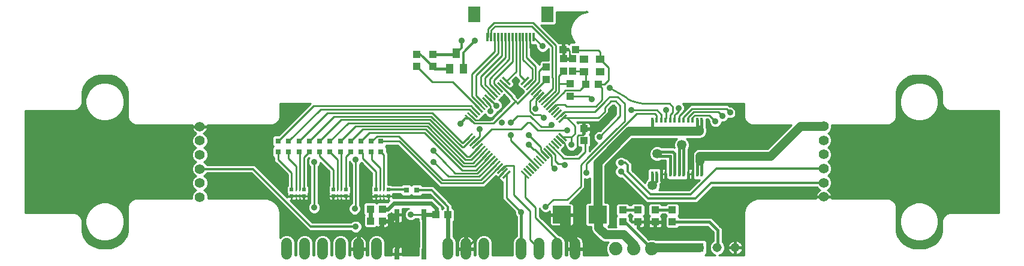
<source format=gtl>
G75*
%MOIN*%
%OFA0B0*%
%FSLAX25Y25*%
%IPPOS*%
%LPD*%
%AMOC8*
5,1,8,0,0,1.08239X$1,22.5*
%
%ADD10R,0.01600X0.03000*%
%ADD11R,0.01100X0.05800*%
%ADD12R,0.05150X0.05150*%
%ADD13C,0.05150*%
%ADD14C,0.06000*%
%ADD15C,0.05600*%
%ADD16R,0.05118X0.04331*%
%ADD17R,0.03937X0.04331*%
%ADD18R,0.04331X0.03937*%
%ADD19R,0.04134X0.04252*%
%ADD20R,0.04252X0.04134*%
%ADD21R,0.10039X0.09843*%
%ADD22R,0.03000X0.06000*%
%ADD23R,0.03150X0.03150*%
%ADD24R,0.02067X0.01969*%
%ADD25R,0.00984X0.01969*%
%ADD26R,0.03937X0.05512*%
%ADD27R,0.01181X0.05118*%
%ADD28R,0.07087X0.08661*%
%ADD29C,0.07400*%
%ADD30C,0.01000*%
%ADD31C,0.03569*%
%ADD32C,0.01200*%
%ADD33C,0.01600*%
%ADD34C,0.02400*%
%ADD35C,0.04356*%
%ADD36C,0.04000*%
%ADD37C,0.05000*%
%ADD38C,0.05315*%
D10*
X0362977Y0069465D03*
X0365477Y0069465D03*
X0367977Y0069465D03*
X0370477Y0069465D03*
X0372977Y0069465D03*
X0375477Y0069465D03*
X0377977Y0069465D03*
X0380477Y0069465D03*
X0382977Y0069465D03*
X0385477Y0069465D03*
X0387977Y0069465D03*
X0390477Y0069465D03*
X0390477Y0099465D03*
X0387977Y0099465D03*
X0385477Y0099465D03*
X0382977Y0099465D03*
X0380477Y0099465D03*
X0377977Y0099465D03*
X0375477Y0099465D03*
X0372977Y0099465D03*
X0370477Y0099465D03*
X0367977Y0099465D03*
X0365477Y0099465D03*
X0362977Y0099465D03*
D11*
G36*
X0314804Y0102803D02*
X0315582Y0102025D01*
X0311482Y0097925D01*
X0310704Y0098703D01*
X0314804Y0102803D01*
G37*
G36*
X0313390Y0104218D02*
X0314168Y0103440D01*
X0310068Y0099340D01*
X0309290Y0100118D01*
X0313390Y0104218D01*
G37*
G36*
X0311976Y0105632D02*
X0312754Y0104854D01*
X0308654Y0100754D01*
X0307876Y0101532D01*
X0311976Y0105632D01*
G37*
G36*
X0310632Y0106975D02*
X0311410Y0106197D01*
X0307310Y0102097D01*
X0306532Y0102875D01*
X0310632Y0106975D01*
G37*
G36*
X0309218Y0108390D02*
X0309996Y0107612D01*
X0305896Y0103512D01*
X0305118Y0104290D01*
X0309218Y0108390D01*
G37*
G36*
X0307804Y0109804D02*
X0308582Y0109026D01*
X0304482Y0104926D01*
X0303704Y0105704D01*
X0307804Y0109804D01*
G37*
G36*
X0306461Y0111147D02*
X0307239Y0110369D01*
X0303139Y0106269D01*
X0302361Y0107047D01*
X0306461Y0111147D01*
G37*
G36*
X0305046Y0112562D02*
X0305824Y0111784D01*
X0301724Y0107684D01*
X0300946Y0108462D01*
X0305046Y0112562D01*
G37*
G36*
X0303632Y0113976D02*
X0304410Y0113198D01*
X0300310Y0109098D01*
X0299532Y0109876D01*
X0303632Y0113976D01*
G37*
G36*
X0302218Y0115390D02*
X0302996Y0114612D01*
X0298896Y0110512D01*
X0298118Y0111290D01*
X0302218Y0115390D01*
G37*
G36*
X0300874Y0116733D02*
X0301652Y0115955D01*
X0297552Y0111855D01*
X0296774Y0112633D01*
X0300874Y0116733D01*
G37*
G36*
X0299460Y0118148D02*
X0300238Y0117370D01*
X0296138Y0113270D01*
X0295360Y0114048D01*
X0299460Y0118148D01*
G37*
G36*
X0298046Y0119562D02*
X0298824Y0118784D01*
X0294724Y0114684D01*
X0293946Y0115462D01*
X0298046Y0119562D01*
G37*
G36*
X0296702Y0120905D02*
X0297480Y0120127D01*
X0293380Y0116027D01*
X0292602Y0116805D01*
X0296702Y0120905D01*
G37*
G36*
X0295288Y0122320D02*
X0296066Y0121542D01*
X0291966Y0117442D01*
X0291188Y0118220D01*
X0295288Y0122320D01*
G37*
G36*
X0293874Y0123734D02*
X0294652Y0122956D01*
X0290552Y0118856D01*
X0289774Y0119634D01*
X0293874Y0123734D01*
G37*
G36*
X0284328Y0119634D02*
X0283550Y0118856D01*
X0279450Y0122956D01*
X0280228Y0123734D01*
X0284328Y0119634D01*
G37*
G36*
X0282914Y0118220D02*
X0282136Y0117442D01*
X0278036Y0121542D01*
X0278814Y0122320D01*
X0282914Y0118220D01*
G37*
G36*
X0281500Y0116805D02*
X0280722Y0116027D01*
X0276622Y0120127D01*
X0277400Y0120905D01*
X0281500Y0116805D01*
G37*
G36*
X0280156Y0115462D02*
X0279378Y0114684D01*
X0275278Y0118784D01*
X0276056Y0119562D01*
X0280156Y0115462D01*
G37*
G36*
X0278742Y0114048D02*
X0277964Y0113270D01*
X0273864Y0117370D01*
X0274642Y0118148D01*
X0278742Y0114048D01*
G37*
G36*
X0277328Y0112633D02*
X0276550Y0111855D01*
X0272450Y0115955D01*
X0273228Y0116733D01*
X0277328Y0112633D01*
G37*
G36*
X0275984Y0111290D02*
X0275206Y0110512D01*
X0271106Y0114612D01*
X0271884Y0115390D01*
X0275984Y0111290D01*
G37*
G36*
X0274570Y0109876D02*
X0273792Y0109098D01*
X0269692Y0113198D01*
X0270470Y0113976D01*
X0274570Y0109876D01*
G37*
G36*
X0273156Y0108462D02*
X0272378Y0107684D01*
X0268278Y0111784D01*
X0269056Y0112562D01*
X0273156Y0108462D01*
G37*
G36*
X0271742Y0107047D02*
X0270964Y0106269D01*
X0266864Y0110369D01*
X0267642Y0111147D01*
X0271742Y0107047D01*
G37*
G36*
X0270398Y0105704D02*
X0269620Y0104926D01*
X0265520Y0109026D01*
X0266298Y0109804D01*
X0270398Y0105704D01*
G37*
G36*
X0268984Y0104290D02*
X0268206Y0103512D01*
X0264106Y0107612D01*
X0264884Y0108390D01*
X0268984Y0104290D01*
G37*
G36*
X0267570Y0102875D02*
X0266792Y0102097D01*
X0262692Y0106197D01*
X0263470Y0106975D01*
X0267570Y0102875D01*
G37*
G36*
X0266226Y0101532D02*
X0265448Y0100754D01*
X0261348Y0104854D01*
X0262126Y0105632D01*
X0266226Y0101532D01*
G37*
G36*
X0264812Y0100118D02*
X0264034Y0099340D01*
X0259934Y0103440D01*
X0260712Y0104218D01*
X0264812Y0100118D01*
G37*
G36*
X0263398Y0098703D02*
X0262620Y0097925D01*
X0258520Y0102025D01*
X0259298Y0102803D01*
X0263398Y0098703D01*
G37*
G36*
X0262620Y0092480D02*
X0263398Y0091702D01*
X0259298Y0087602D01*
X0258520Y0088380D01*
X0262620Y0092480D01*
G37*
G36*
X0264034Y0091065D02*
X0264812Y0090287D01*
X0260712Y0086187D01*
X0259934Y0086965D01*
X0264034Y0091065D01*
G37*
G36*
X0265448Y0089651D02*
X0266226Y0088873D01*
X0262126Y0084773D01*
X0261348Y0085551D01*
X0265448Y0089651D01*
G37*
G36*
X0266792Y0088308D02*
X0267570Y0087530D01*
X0263470Y0083430D01*
X0262692Y0084208D01*
X0266792Y0088308D01*
G37*
G36*
X0268206Y0086894D02*
X0268984Y0086116D01*
X0264884Y0082016D01*
X0264106Y0082794D01*
X0268206Y0086894D01*
G37*
G36*
X0269620Y0085479D02*
X0270398Y0084701D01*
X0266298Y0080601D01*
X0265520Y0081379D01*
X0269620Y0085479D01*
G37*
G36*
X0270964Y0084136D02*
X0271742Y0083358D01*
X0267642Y0079258D01*
X0266864Y0080036D01*
X0270964Y0084136D01*
G37*
G36*
X0272378Y0082722D02*
X0273156Y0081944D01*
X0269056Y0077844D01*
X0268278Y0078622D01*
X0272378Y0082722D01*
G37*
G36*
X0273792Y0081307D02*
X0274570Y0080529D01*
X0270470Y0076429D01*
X0269692Y0077207D01*
X0273792Y0081307D01*
G37*
G36*
X0275206Y0079893D02*
X0275984Y0079115D01*
X0271884Y0075015D01*
X0271106Y0075793D01*
X0275206Y0079893D01*
G37*
G36*
X0276550Y0078550D02*
X0277328Y0077772D01*
X0273228Y0073672D01*
X0272450Y0074450D01*
X0276550Y0078550D01*
G37*
G36*
X0277964Y0077135D02*
X0278742Y0076357D01*
X0274642Y0072257D01*
X0273864Y0073035D01*
X0277964Y0077135D01*
G37*
G36*
X0279378Y0075721D02*
X0280156Y0074943D01*
X0276056Y0070843D01*
X0275278Y0071621D01*
X0279378Y0075721D01*
G37*
G36*
X0280722Y0074378D02*
X0281500Y0073600D01*
X0277400Y0069500D01*
X0276622Y0070278D01*
X0280722Y0074378D01*
G37*
G36*
X0282136Y0072964D02*
X0282914Y0072186D01*
X0278814Y0068086D01*
X0278036Y0068864D01*
X0282136Y0072964D01*
G37*
G36*
X0283550Y0071549D02*
X0284328Y0070771D01*
X0280228Y0066671D01*
X0279450Y0067449D01*
X0283550Y0071549D01*
G37*
G36*
X0294652Y0067449D02*
X0293874Y0066671D01*
X0289774Y0070771D01*
X0290552Y0071549D01*
X0294652Y0067449D01*
G37*
G36*
X0296066Y0068864D02*
X0295288Y0068086D01*
X0291188Y0072186D01*
X0291966Y0072964D01*
X0296066Y0068864D01*
G37*
G36*
X0297480Y0070278D02*
X0296702Y0069500D01*
X0292602Y0073600D01*
X0293380Y0074378D01*
X0297480Y0070278D01*
G37*
G36*
X0298824Y0071621D02*
X0298046Y0070843D01*
X0293946Y0074943D01*
X0294724Y0075721D01*
X0298824Y0071621D01*
G37*
G36*
X0300238Y0073035D02*
X0299460Y0072257D01*
X0295360Y0076357D01*
X0296138Y0077135D01*
X0300238Y0073035D01*
G37*
G36*
X0301652Y0074450D02*
X0300874Y0073672D01*
X0296774Y0077772D01*
X0297552Y0078550D01*
X0301652Y0074450D01*
G37*
G36*
X0302996Y0075793D02*
X0302218Y0075015D01*
X0298118Y0079115D01*
X0298896Y0079893D01*
X0302996Y0075793D01*
G37*
G36*
X0304410Y0077207D02*
X0303632Y0076429D01*
X0299532Y0080529D01*
X0300310Y0081307D01*
X0304410Y0077207D01*
G37*
G36*
X0305824Y0078622D02*
X0305046Y0077844D01*
X0300946Y0081944D01*
X0301724Y0082722D01*
X0305824Y0078622D01*
G37*
G36*
X0307239Y0080036D02*
X0306461Y0079258D01*
X0302361Y0083358D01*
X0303139Y0084136D01*
X0307239Y0080036D01*
G37*
G36*
X0308582Y0081379D02*
X0307804Y0080601D01*
X0303704Y0084701D01*
X0304482Y0085479D01*
X0308582Y0081379D01*
G37*
G36*
X0309996Y0082794D02*
X0309218Y0082016D01*
X0305118Y0086116D01*
X0305896Y0086894D01*
X0309996Y0082794D01*
G37*
G36*
X0311410Y0084208D02*
X0310632Y0083430D01*
X0306532Y0087530D01*
X0307310Y0088308D01*
X0311410Y0084208D01*
G37*
G36*
X0312754Y0085551D02*
X0311976Y0084773D01*
X0307876Y0088873D01*
X0308654Y0089651D01*
X0312754Y0085551D01*
G37*
G36*
X0314168Y0086965D02*
X0313390Y0086187D01*
X0309290Y0090287D01*
X0310068Y0091065D01*
X0314168Y0086965D01*
G37*
G36*
X0315582Y0088380D02*
X0314804Y0087602D01*
X0310704Y0091702D01*
X0311482Y0092480D01*
X0315582Y0088380D01*
G37*
D12*
X0389095Y0028424D03*
D13*
X0399095Y0028424D03*
X0409095Y0028424D03*
D14*
X0320055Y0030708D02*
X0320055Y0024708D01*
X0310055Y0024708D02*
X0310055Y0030708D01*
X0300055Y0030708D02*
X0300055Y0024708D01*
X0290055Y0024708D02*
X0290055Y0030708D01*
X0269338Y0030675D02*
X0269338Y0024675D01*
X0259338Y0024675D02*
X0259338Y0030675D01*
X0249338Y0030675D02*
X0249338Y0024675D01*
X0209524Y0024655D02*
X0209524Y0030655D01*
X0199524Y0030655D02*
X0199524Y0024655D01*
X0189524Y0024655D02*
X0189524Y0030655D01*
X0179524Y0030655D02*
X0179524Y0024655D01*
X0169524Y0024655D02*
X0169524Y0030655D01*
X0159524Y0030655D02*
X0159524Y0024655D01*
D15*
X0111410Y0056537D03*
X0111410Y0064411D03*
X0111410Y0072285D03*
X0111410Y0080159D03*
X0111410Y0088033D03*
X0111410Y0095907D03*
X0458315Y0096078D03*
X0458315Y0088204D03*
X0458315Y0080330D03*
X0458315Y0072456D03*
X0458315Y0064582D03*
X0458315Y0056708D03*
D16*
X0333885Y0126486D03*
X0324829Y0126486D03*
X0324829Y0133573D03*
X0333885Y0133573D03*
D17*
X0332818Y0119475D03*
X0326125Y0119475D03*
X0249429Y0046659D03*
X0242736Y0046659D03*
X0212858Y0043224D03*
X0206165Y0043224D03*
D18*
X0346611Y0042764D03*
X0355008Y0042796D03*
X0364529Y0042764D03*
X0374141Y0042782D03*
X0374141Y0049475D03*
X0364529Y0049457D03*
X0355008Y0049489D03*
X0346611Y0049457D03*
X0324850Y0087991D03*
X0324850Y0094684D03*
X0317460Y0112942D03*
X0317460Y0119635D03*
X0240821Y0129331D03*
X0231886Y0129339D03*
X0231886Y0136032D03*
X0240821Y0136024D03*
D19*
X0313356Y0138844D03*
X0320245Y0138844D03*
X0213050Y0049905D03*
X0206160Y0049905D03*
D20*
X0304050Y0122115D03*
X0313670Y0126770D03*
X0318726Y0126770D03*
X0304050Y0129005D03*
X0313670Y0133659D03*
X0318726Y0133660D03*
D21*
X0312641Y0046772D03*
X0332523Y0046772D03*
D22*
X0236119Y0046714D03*
X0221119Y0046714D03*
X0221119Y0024714D03*
X0236119Y0024714D03*
D23*
X0232056Y0060365D03*
X0226151Y0060365D03*
X0212041Y0081807D03*
X0206795Y0081807D03*
X0201047Y0081807D03*
X0195299Y0081807D03*
X0189551Y0081807D03*
X0183803Y0081807D03*
X0178055Y0081807D03*
X0172307Y0081807D03*
X0166559Y0081807D03*
X0160811Y0081807D03*
X0155063Y0081807D03*
X0155063Y0087712D03*
X0160811Y0087712D03*
X0166559Y0087712D03*
X0172307Y0087712D03*
X0178055Y0087712D03*
X0183803Y0087712D03*
X0189551Y0087712D03*
X0195299Y0087712D03*
X0201047Y0087712D03*
X0206795Y0087712D03*
X0212041Y0087712D03*
D24*
X0209271Y0060680D03*
X0209271Y0057137D03*
X0216160Y0057137D03*
X0216160Y0060680D03*
X0192533Y0060680D03*
X0192533Y0057137D03*
X0185644Y0057137D03*
X0185644Y0060680D03*
X0169281Y0060680D03*
X0162391Y0060680D03*
X0162391Y0057137D03*
X0169281Y0057137D03*
D25*
X0166820Y0057137D03*
X0164851Y0057137D03*
X0164851Y0060680D03*
X0166820Y0060680D03*
X0188104Y0060680D03*
X0190073Y0060680D03*
X0190073Y0057137D03*
X0188104Y0057137D03*
X0211731Y0057137D03*
X0213700Y0057137D03*
X0213700Y0060680D03*
X0211731Y0060680D03*
D26*
X0250399Y0128281D03*
X0257880Y0128281D03*
X0254140Y0136943D03*
D27*
X0271461Y0145793D03*
X0273429Y0145793D03*
X0275398Y0145793D03*
X0277366Y0145793D03*
X0279335Y0145793D03*
X0281303Y0145793D03*
X0283272Y0145793D03*
X0285240Y0145793D03*
X0287209Y0145793D03*
X0289177Y0145793D03*
X0291146Y0145793D03*
X0293114Y0145793D03*
X0295083Y0145793D03*
X0297051Y0145793D03*
D28*
X0304531Y0158588D03*
X0263980Y0158588D03*
D29*
X0342566Y0027713D03*
X0352566Y0027713D03*
X0362566Y0027713D03*
D30*
X0052505Y0028973D02*
X0050075Y0030376D01*
X0048091Y0032360D01*
X0046688Y0034790D01*
X0045962Y0037500D01*
X0045870Y0038903D01*
X0045870Y0043835D01*
X0045109Y0045673D01*
X0043702Y0047079D01*
X0041865Y0047840D01*
X0014374Y0047840D01*
X0014374Y0104769D01*
X0041865Y0104769D01*
X0043702Y0105531D01*
X0045109Y0106937D01*
X0045870Y0108775D01*
X0045870Y0113706D01*
X0045962Y0115109D01*
X0046688Y0117820D01*
X0048091Y0120249D01*
X0050075Y0122233D01*
X0052505Y0123636D01*
X0055215Y0124363D01*
X0056618Y0124455D01*
X0060555Y0124455D01*
X0061958Y0124363D01*
X0064668Y0123636D01*
X0067098Y0122233D01*
X0069082Y0120249D01*
X0070485Y0117820D01*
X0071211Y0115109D01*
X0071303Y0113707D01*
X0071303Y0100901D01*
X0072064Y0099063D01*
X0073471Y0097657D01*
X0075309Y0096895D01*
X0107213Y0096895D01*
X0107110Y0096246D01*
X0107110Y0096195D01*
X0111122Y0096195D01*
X0111122Y0095620D01*
X0107110Y0095620D01*
X0107110Y0095569D01*
X0107215Y0094900D01*
X0107425Y0094257D01*
X0107732Y0093654D01*
X0108130Y0093106D01*
X0108608Y0092627D01*
X0109156Y0092230D01*
X0109436Y0092087D01*
X0108861Y0091848D01*
X0107595Y0090582D01*
X0106910Y0088928D01*
X0106910Y0087138D01*
X0107595Y0085484D01*
X0108861Y0084218D01*
X0109155Y0084096D01*
X0108861Y0083974D01*
X0107595Y0082708D01*
X0106910Y0081054D01*
X0106910Y0079264D01*
X0107595Y0077610D01*
X0108861Y0076344D01*
X0109155Y0076222D01*
X0108861Y0076100D01*
X0107595Y0074834D01*
X0106910Y0073180D01*
X0106910Y0071390D01*
X0107595Y0069736D01*
X0108861Y0068470D01*
X0109155Y0068348D01*
X0108861Y0068226D01*
X0107595Y0066960D01*
X0106910Y0065306D01*
X0106910Y0063516D01*
X0107595Y0061862D01*
X0108861Y0060596D01*
X0109155Y0060474D01*
X0108861Y0060352D01*
X0107595Y0059086D01*
X0106910Y0057432D01*
X0106910Y0055714D01*
X0075309Y0055714D01*
X0073471Y0054953D01*
X0072064Y0053547D01*
X0071303Y0051709D01*
X0071303Y0038903D01*
X0071211Y0037500D01*
X0070485Y0034790D01*
X0069082Y0032360D01*
X0067098Y0030376D01*
X0064668Y0028973D01*
X0061958Y0028247D01*
X0060555Y0028155D01*
X0056618Y0028155D01*
X0055215Y0028247D01*
X0052505Y0028973D01*
X0052505Y0028973D01*
X0052205Y0029146D02*
X0064968Y0029146D01*
X0066697Y0030145D02*
X0050476Y0030145D01*
X0049308Y0031143D02*
X0067865Y0031143D01*
X0068864Y0032142D02*
X0060384Y0032142D01*
X0060008Y0032041D02*
X0062755Y0032777D01*
X0065217Y0034199D01*
X0067228Y0036209D01*
X0068650Y0038672D01*
X0069386Y0041419D01*
X0069386Y0044262D01*
X0068650Y0047009D01*
X0067228Y0049471D01*
X0065217Y0051482D01*
X0062755Y0052904D01*
X0060008Y0053640D01*
X0057165Y0053640D01*
X0054418Y0052904D01*
X0051956Y0051482D01*
X0049945Y0049471D01*
X0048523Y0047009D01*
X0047787Y0044262D01*
X0047787Y0041419D01*
X0048523Y0038672D01*
X0049945Y0036209D01*
X0051956Y0034199D01*
X0054418Y0032777D01*
X0057165Y0032041D01*
X0060008Y0032041D01*
X0056789Y0032142D02*
X0048310Y0032142D01*
X0047641Y0033140D02*
X0053789Y0033140D01*
X0052059Y0034139D02*
X0047064Y0034139D01*
X0046595Y0035137D02*
X0051017Y0035137D01*
X0050019Y0036136D02*
X0046328Y0036136D01*
X0046060Y0037134D02*
X0049411Y0037134D01*
X0048835Y0038133D02*
X0045921Y0038133D01*
X0045870Y0039131D02*
X0048400Y0039131D01*
X0048133Y0040130D02*
X0045870Y0040130D01*
X0045870Y0041129D02*
X0047865Y0041129D01*
X0047787Y0042127D02*
X0045870Y0042127D01*
X0045870Y0043126D02*
X0047787Y0043126D01*
X0047787Y0044124D02*
X0045750Y0044124D01*
X0045337Y0045123D02*
X0048018Y0045123D01*
X0048286Y0046121D02*
X0044660Y0046121D01*
X0043605Y0047120D02*
X0048587Y0047120D01*
X0049164Y0048118D02*
X0014374Y0048118D01*
X0014374Y0049117D02*
X0049740Y0049117D01*
X0050589Y0050115D02*
X0014374Y0050115D01*
X0014374Y0051114D02*
X0051587Y0051114D01*
X0053047Y0052112D02*
X0014374Y0052112D01*
X0014374Y0053111D02*
X0055191Y0053111D01*
X0061982Y0053111D02*
X0071884Y0053111D01*
X0071470Y0052112D02*
X0064126Y0052112D01*
X0065586Y0051114D02*
X0071303Y0051114D01*
X0071303Y0050115D02*
X0066584Y0050115D01*
X0067433Y0049117D02*
X0071303Y0049117D01*
X0071303Y0048118D02*
X0068009Y0048118D01*
X0068586Y0047120D02*
X0071303Y0047120D01*
X0071303Y0046121D02*
X0068888Y0046121D01*
X0069155Y0045123D02*
X0071303Y0045123D01*
X0071303Y0044124D02*
X0069386Y0044124D01*
X0069386Y0043126D02*
X0071303Y0043126D01*
X0071303Y0042127D02*
X0069386Y0042127D01*
X0069308Y0041129D02*
X0071303Y0041129D01*
X0071303Y0040130D02*
X0069041Y0040130D01*
X0068773Y0039131D02*
X0071303Y0039131D01*
X0071253Y0038133D02*
X0068339Y0038133D01*
X0067762Y0037134D02*
X0071113Y0037134D01*
X0070846Y0036136D02*
X0067155Y0036136D01*
X0066156Y0035137D02*
X0070578Y0035137D01*
X0070109Y0034139D02*
X0065114Y0034139D01*
X0063384Y0033140D02*
X0069532Y0033140D01*
X0072627Y0054109D02*
X0014374Y0054109D01*
X0014374Y0055108D02*
X0073844Y0055108D01*
X0106910Y0056106D02*
X0014374Y0056106D01*
X0014374Y0057105D02*
X0106910Y0057105D01*
X0107188Y0058103D02*
X0014374Y0058103D01*
X0014374Y0059102D02*
X0107610Y0059102D01*
X0108609Y0060100D02*
X0014374Y0060100D01*
X0014374Y0061099D02*
X0108358Y0061099D01*
X0107497Y0062097D02*
X0014374Y0062097D01*
X0014374Y0063096D02*
X0107084Y0063096D01*
X0106910Y0064094D02*
X0014374Y0064094D01*
X0014374Y0065093D02*
X0106910Y0065093D01*
X0107235Y0066091D02*
X0014374Y0066091D01*
X0014374Y0067090D02*
X0107724Y0067090D01*
X0108723Y0068088D02*
X0014374Y0068088D01*
X0014374Y0069087D02*
X0108244Y0069087D01*
X0107450Y0070085D02*
X0014374Y0070085D01*
X0014374Y0071084D02*
X0107036Y0071084D01*
X0106910Y0072082D02*
X0014374Y0072082D01*
X0014374Y0073081D02*
X0106910Y0073081D01*
X0107282Y0074079D02*
X0014374Y0074079D01*
X0014374Y0075078D02*
X0107838Y0075078D01*
X0108837Y0076076D02*
X0014374Y0076076D01*
X0014374Y0077075D02*
X0108130Y0077075D01*
X0107403Y0078073D02*
X0014374Y0078073D01*
X0014374Y0079072D02*
X0106989Y0079072D01*
X0106910Y0080070D02*
X0014374Y0080070D01*
X0014374Y0081069D02*
X0106916Y0081069D01*
X0107329Y0082067D02*
X0014374Y0082067D01*
X0014374Y0083066D02*
X0107952Y0083066D01*
X0109079Y0084065D02*
X0014374Y0084065D01*
X0014374Y0085063D02*
X0108016Y0085063D01*
X0107356Y0086062D02*
X0014374Y0086062D01*
X0014374Y0087060D02*
X0106942Y0087060D01*
X0106910Y0088059D02*
X0014374Y0088059D01*
X0014374Y0089057D02*
X0106963Y0089057D01*
X0107377Y0090056D02*
X0014374Y0090056D01*
X0014374Y0091054D02*
X0108066Y0091054D01*
X0109354Y0092053D02*
X0014374Y0092053D01*
X0014374Y0093051D02*
X0108185Y0093051D01*
X0107530Y0094050D02*
X0014374Y0094050D01*
X0014374Y0095048D02*
X0107192Y0095048D01*
X0111122Y0096047D02*
X0014374Y0096047D01*
X0014374Y0097045D02*
X0074947Y0097045D01*
X0073084Y0098044D02*
X0014374Y0098044D01*
X0014374Y0099042D02*
X0056897Y0099042D01*
X0057165Y0098970D02*
X0060008Y0098970D01*
X0062755Y0099706D01*
X0065217Y0101128D01*
X0067228Y0103139D01*
X0068650Y0105601D01*
X0069386Y0108348D01*
X0069386Y0111191D01*
X0068650Y0113938D01*
X0067228Y0116400D01*
X0065217Y0118411D01*
X0062755Y0119833D01*
X0060008Y0120569D01*
X0057165Y0120569D01*
X0054418Y0119833D01*
X0051956Y0118411D01*
X0049945Y0116400D01*
X0048523Y0113938D01*
X0047787Y0111191D01*
X0047787Y0108348D01*
X0048523Y0105601D01*
X0049945Y0103139D01*
X0051956Y0101128D01*
X0054418Y0099706D01*
X0057165Y0098970D01*
X0060277Y0099042D02*
X0072085Y0099042D01*
X0071659Y0100041D02*
X0063334Y0100041D01*
X0065064Y0101039D02*
X0071303Y0101039D01*
X0071303Y0102038D02*
X0066127Y0102038D01*
X0067126Y0103036D02*
X0071303Y0103036D01*
X0071303Y0104035D02*
X0067745Y0104035D01*
X0068322Y0105033D02*
X0071303Y0105033D01*
X0071303Y0106032D02*
X0068765Y0106032D01*
X0069033Y0107030D02*
X0071303Y0107030D01*
X0071303Y0108029D02*
X0069300Y0108029D01*
X0069386Y0109027D02*
X0071303Y0109027D01*
X0071303Y0110026D02*
X0069386Y0110026D01*
X0069386Y0111024D02*
X0071303Y0111024D01*
X0071303Y0112023D02*
X0069163Y0112023D01*
X0068895Y0113021D02*
X0071303Y0113021D01*
X0071283Y0114020D02*
X0068603Y0114020D01*
X0068026Y0115018D02*
X0071217Y0115018D01*
X0070968Y0116017D02*
X0067450Y0116017D01*
X0066613Y0117015D02*
X0070700Y0117015D01*
X0070373Y0118014D02*
X0065615Y0118014D01*
X0064176Y0119012D02*
X0069796Y0119012D01*
X0069220Y0120011D02*
X0062090Y0120011D01*
X0067324Y0122008D02*
X0049850Y0122008D01*
X0048851Y0121009D02*
X0068322Y0121009D01*
X0065759Y0123006D02*
X0051414Y0123006D01*
X0053881Y0124005D02*
X0063293Y0124005D01*
X0055083Y0120011D02*
X0047953Y0120011D01*
X0047377Y0119012D02*
X0052997Y0119012D01*
X0051559Y0118014D02*
X0046800Y0118014D01*
X0046473Y0117015D02*
X0050560Y0117015D01*
X0049724Y0116017D02*
X0046205Y0116017D01*
X0045956Y0115018D02*
X0049147Y0115018D01*
X0048571Y0114020D02*
X0045891Y0114020D01*
X0045870Y0113021D02*
X0048278Y0113021D01*
X0048010Y0112023D02*
X0045870Y0112023D01*
X0045870Y0111024D02*
X0047787Y0111024D01*
X0047787Y0110026D02*
X0045870Y0110026D01*
X0045870Y0109027D02*
X0047787Y0109027D01*
X0047873Y0108029D02*
X0045561Y0108029D01*
X0045147Y0107030D02*
X0048140Y0107030D01*
X0048408Y0106032D02*
X0044203Y0106032D01*
X0042501Y0105033D02*
X0048851Y0105033D01*
X0049428Y0104035D02*
X0014374Y0104035D01*
X0014374Y0103036D02*
X0050047Y0103036D01*
X0051046Y0102038D02*
X0014374Y0102038D01*
X0014374Y0101039D02*
X0052109Y0101039D01*
X0053839Y0100041D02*
X0014374Y0100041D01*
X0111697Y0096195D02*
X0115710Y0096195D01*
X0115710Y0096246D01*
X0115607Y0096895D01*
X0152101Y0096895D01*
X0153939Y0097657D01*
X0155345Y0099063D01*
X0156106Y0100901D01*
X0156106Y0108706D01*
X0172946Y0108706D01*
X0155227Y0090987D01*
X0152784Y0090987D01*
X0151788Y0089991D01*
X0151788Y0085433D01*
X0152462Y0084760D01*
X0151788Y0084086D01*
X0151788Y0079528D01*
X0152784Y0078532D01*
X0152799Y0078532D01*
X0152799Y0076619D01*
X0154088Y0075330D01*
X0160191Y0069227D01*
X0160191Y0062902D01*
X0159657Y0062368D01*
X0159657Y0058991D01*
X0159957Y0058692D01*
X0159857Y0058318D01*
X0159857Y0057137D01*
X0162391Y0057137D01*
X0164851Y0057137D01*
X0164851Y0057137D01*
X0164828Y0057137D01*
X0162859Y0057137D01*
X0162391Y0057137D01*
X0162391Y0057137D01*
X0162391Y0057137D01*
X0162391Y0057136D02*
X0162391Y0054652D01*
X0163622Y0054652D01*
X0163892Y0054725D01*
X0164162Y0054652D01*
X0164851Y0054652D01*
X0164851Y0055683D01*
X0164851Y0055683D01*
X0164851Y0054652D01*
X0165541Y0054652D01*
X0165836Y0054731D01*
X0166130Y0054652D01*
X0166820Y0054652D01*
X0167509Y0054652D01*
X0167780Y0054725D01*
X0168050Y0054652D01*
X0169280Y0054652D01*
X0169280Y0057136D01*
X0169281Y0057136D01*
X0169281Y0057137D02*
X0169281Y0057137D01*
X0171814Y0057137D01*
X0171814Y0058318D01*
X0171714Y0058692D01*
X0172014Y0058991D01*
X0172014Y0062368D01*
X0171480Y0062902D01*
X0171480Y0077869D01*
X0172144Y0078532D01*
X0172323Y0078532D01*
X0172045Y0078254D01*
X0171515Y0076973D01*
X0171515Y0075587D01*
X0172045Y0074307D01*
X0172799Y0073553D01*
X0172799Y0053383D01*
X0172045Y0052629D01*
X0171515Y0051348D01*
X0171515Y0049962D01*
X0172045Y0048682D01*
X0173025Y0047702D01*
X0174306Y0047171D01*
X0175692Y0047171D01*
X0176973Y0047702D01*
X0177953Y0048682D01*
X0178483Y0049962D01*
X0178483Y0051348D01*
X0177953Y0052629D01*
X0177199Y0053383D01*
X0177199Y0073553D01*
X0177953Y0074307D01*
X0178483Y0075587D01*
X0178483Y0075935D01*
X0183444Y0070974D01*
X0183444Y0062902D01*
X0182910Y0062368D01*
X0182910Y0058991D01*
X0183210Y0058692D01*
X0183110Y0058318D01*
X0183110Y0057137D01*
X0185644Y0057137D01*
X0188104Y0057137D01*
X0188104Y0057137D01*
X0186112Y0057137D01*
X0185644Y0057137D01*
X0185644Y0057137D01*
X0185644Y0057137D01*
X0185644Y0057136D02*
X0185644Y0054652D01*
X0186875Y0054652D01*
X0187145Y0054725D01*
X0187415Y0054652D01*
X0188104Y0054652D01*
X0188104Y0055683D01*
X0188104Y0055683D01*
X0188104Y0054652D01*
X0188794Y0054652D01*
X0189089Y0054731D01*
X0189383Y0054652D01*
X0190073Y0054652D01*
X0190762Y0054652D01*
X0191032Y0054725D01*
X0191303Y0054652D01*
X0192533Y0054652D01*
X0192533Y0057136D01*
X0192534Y0057136D01*
X0192534Y0057137D02*
X0192534Y0057137D01*
X0195067Y0057137D01*
X0195067Y0058318D01*
X0194967Y0058692D01*
X0195267Y0058991D01*
X0195267Y0062368D01*
X0194733Y0062902D01*
X0194733Y0076611D01*
X0195170Y0075557D01*
X0195924Y0074803D01*
X0195924Y0053149D01*
X0195525Y0052984D01*
X0194545Y0052004D01*
X0194015Y0050723D01*
X0194015Y0049337D01*
X0194545Y0048057D01*
X0195525Y0047077D01*
X0196806Y0046546D01*
X0198192Y0046546D01*
X0199473Y0047077D01*
X0200453Y0048057D01*
X0200983Y0049337D01*
X0200983Y0050723D01*
X0200453Y0052004D01*
X0200324Y0052133D01*
X0200324Y0074803D01*
X0201078Y0075557D01*
X0201161Y0075757D01*
X0207071Y0069847D01*
X0207071Y0062902D01*
X0206537Y0062368D01*
X0206537Y0058991D01*
X0206837Y0058692D01*
X0206737Y0058318D01*
X0206737Y0057137D01*
X0209271Y0057137D01*
X0211731Y0057137D01*
X0211731Y0057137D01*
X0211708Y0057137D01*
X0209739Y0057137D01*
X0209271Y0057137D01*
X0209271Y0057137D01*
X0211731Y0057137D01*
X0213700Y0057137D01*
X0216160Y0057137D01*
X0216160Y0057137D01*
X0213700Y0057137D01*
X0213700Y0057137D01*
X0216160Y0057137D01*
X0216160Y0057136D02*
X0216160Y0057136D01*
X0216160Y0054652D01*
X0214929Y0054652D01*
X0214659Y0054725D01*
X0214389Y0054652D01*
X0213700Y0054652D01*
X0213700Y0055683D01*
X0213700Y0055683D01*
X0213700Y0054652D01*
X0213010Y0054652D01*
X0212716Y0054731D01*
X0212421Y0054652D01*
X0211731Y0054652D01*
X0211731Y0055683D01*
X0211731Y0055683D01*
X0211731Y0054652D01*
X0211042Y0054652D01*
X0210772Y0054725D01*
X0210502Y0054652D01*
X0209271Y0054652D01*
X0209271Y0057136D01*
X0209271Y0057136D01*
X0209271Y0054652D01*
X0208040Y0054652D01*
X0207658Y0054755D01*
X0207316Y0054952D01*
X0207037Y0055231D01*
X0206839Y0055573D01*
X0206737Y0055955D01*
X0206737Y0057137D01*
X0209271Y0057137D01*
X0209271Y0057137D01*
X0209271Y0057105D02*
X0209271Y0057105D01*
X0209271Y0056106D02*
X0209271Y0056106D01*
X0209271Y0055108D02*
X0209271Y0055108D01*
X0208931Y0053731D02*
X0203389Y0053731D01*
X0202393Y0052735D01*
X0202393Y0047075D01*
X0202935Y0046532D01*
X0202497Y0046094D01*
X0202497Y0040355D01*
X0203493Y0039359D01*
X0208838Y0039359D01*
X0209663Y0040184D01*
X0209689Y0040138D01*
X0209969Y0039859D01*
X0210311Y0039661D01*
X0210692Y0039559D01*
X0212374Y0039559D01*
X0212374Y0042740D01*
X0213343Y0042740D01*
X0213343Y0043708D01*
X0216327Y0043708D01*
X0216327Y0045587D01*
X0216225Y0045969D01*
X0216036Y0046294D01*
X0216780Y0047038D01*
X0217766Y0047446D01*
X0218119Y0047799D01*
X0218119Y0046964D01*
X0220869Y0046964D01*
X0220869Y0046464D01*
X0221369Y0046464D01*
X0221369Y0042214D01*
X0222817Y0042214D01*
X0223198Y0042317D01*
X0223540Y0042514D01*
X0223819Y0042793D01*
X0224017Y0043135D01*
X0224119Y0043517D01*
X0224119Y0046464D01*
X0221369Y0046464D01*
X0221369Y0046964D01*
X0224119Y0046964D01*
X0224119Y0049912D01*
X0224027Y0050255D01*
X0227732Y0050255D01*
X0226775Y0049859D01*
X0225795Y0048879D01*
X0225265Y0047598D01*
X0225265Y0046212D01*
X0225795Y0044932D01*
X0226775Y0043952D01*
X0228056Y0043421D01*
X0229442Y0043421D01*
X0230723Y0043952D01*
X0231286Y0044514D01*
X0232919Y0044514D01*
X0232919Y0043010D01*
X0233219Y0042710D01*
X0233219Y0028719D01*
X0232919Y0028419D01*
X0232919Y0024218D01*
X0224119Y0024218D01*
X0224119Y0024464D01*
X0221369Y0024464D01*
X0221369Y0024964D01*
X0224119Y0024964D01*
X0224119Y0027912D01*
X0224017Y0028293D01*
X0223819Y0028635D01*
X0223540Y0028915D01*
X0223198Y0029112D01*
X0222817Y0029214D01*
X0221369Y0029214D01*
X0221369Y0024964D01*
X0220869Y0024964D01*
X0220869Y0024464D01*
X0218119Y0024464D01*
X0218119Y0024218D01*
X0214224Y0024218D01*
X0214224Y0031590D01*
X0213508Y0033317D01*
X0212186Y0034640D01*
X0210459Y0035355D01*
X0208589Y0035355D01*
X0206861Y0034640D01*
X0205539Y0033317D01*
X0204824Y0031590D01*
X0204824Y0024218D01*
X0204011Y0024218D01*
X0204024Y0024301D01*
X0204024Y0027155D01*
X0200024Y0027155D01*
X0200024Y0028155D01*
X0204024Y0028155D01*
X0204024Y0031009D01*
X0203913Y0031709D01*
X0203694Y0032383D01*
X0203373Y0033014D01*
X0202956Y0033587D01*
X0202455Y0034088D01*
X0201882Y0034504D01*
X0201251Y0034825D01*
X0200578Y0035044D01*
X0200024Y0035132D01*
X0200024Y0028155D01*
X0199024Y0028155D01*
X0199024Y0035132D01*
X0198470Y0035044D01*
X0197796Y0034825D01*
X0197165Y0034504D01*
X0196592Y0034088D01*
X0196091Y0033587D01*
X0195675Y0033014D01*
X0195353Y0032383D01*
X0195135Y0031709D01*
X0195024Y0031009D01*
X0195024Y0028155D01*
X0199024Y0028155D01*
X0199024Y0027155D01*
X0195024Y0027155D01*
X0195024Y0024301D01*
X0195037Y0024218D01*
X0194224Y0024218D01*
X0194224Y0031590D01*
X0193508Y0033317D01*
X0192186Y0034640D01*
X0190459Y0035355D01*
X0188589Y0035355D01*
X0186861Y0034640D01*
X0185539Y0033317D01*
X0184824Y0031590D01*
X0184824Y0024218D01*
X0184224Y0024218D01*
X0184224Y0031590D01*
X0183508Y0033317D01*
X0182186Y0034640D01*
X0180459Y0035355D01*
X0178589Y0035355D01*
X0176861Y0034640D01*
X0175539Y0033317D01*
X0174824Y0031590D01*
X0174824Y0024218D01*
X0174224Y0024218D01*
X0174224Y0031590D01*
X0173508Y0033317D01*
X0172186Y0034640D01*
X0170459Y0035355D01*
X0168589Y0035355D01*
X0166861Y0034640D01*
X0165539Y0033317D01*
X0164824Y0031590D01*
X0164824Y0024218D01*
X0164224Y0024218D01*
X0164224Y0031590D01*
X0163508Y0033317D01*
X0162186Y0034640D01*
X0160459Y0035355D01*
X0158589Y0035355D01*
X0156861Y0034640D01*
X0156106Y0033884D01*
X0156106Y0048193D01*
X0155231Y0050885D01*
X0153567Y0053176D01*
X0151277Y0054840D01*
X0148585Y0055714D01*
X0115910Y0055714D01*
X0115910Y0057432D01*
X0115225Y0059086D01*
X0113959Y0060352D01*
X0113664Y0060474D01*
X0113959Y0060596D01*
X0115225Y0061862D01*
X0115910Y0063516D01*
X0115910Y0065306D01*
X0115225Y0066960D01*
X0113959Y0068226D01*
X0113664Y0068348D01*
X0113959Y0068470D01*
X0115225Y0069736D01*
X0115328Y0069985D01*
X0139916Y0069985D01*
X0170824Y0039078D01*
X0172171Y0037730D01*
X0195497Y0037730D01*
X0196150Y0037077D01*
X0197431Y0036546D01*
X0198817Y0036546D01*
X0200098Y0037077D01*
X0201078Y0038057D01*
X0201608Y0039337D01*
X0201608Y0040723D01*
X0201078Y0042004D01*
X0200098Y0042984D01*
X0198817Y0043515D01*
X0197431Y0043515D01*
X0196150Y0042984D01*
X0195497Y0042330D01*
X0174077Y0042330D01*
X0161755Y0054652D01*
X0162391Y0054652D01*
X0162391Y0057136D01*
X0162391Y0057136D01*
X0162391Y0057137D02*
X0159857Y0057137D01*
X0159857Y0056550D01*
X0141822Y0074585D01*
X0115328Y0074585D01*
X0115225Y0074834D01*
X0113959Y0076100D01*
X0113664Y0076222D01*
X0113959Y0076344D01*
X0115225Y0077610D01*
X0115910Y0079264D01*
X0115910Y0081054D01*
X0115225Y0082708D01*
X0113959Y0083974D01*
X0113664Y0084096D01*
X0113959Y0084218D01*
X0115225Y0085484D01*
X0115910Y0087138D01*
X0115910Y0088928D01*
X0115225Y0090582D01*
X0113959Y0091848D01*
X0113383Y0092087D01*
X0113663Y0092230D01*
X0114211Y0092627D01*
X0114689Y0093106D01*
X0115087Y0093654D01*
X0115395Y0094257D01*
X0115604Y0094900D01*
X0115710Y0095569D01*
X0115710Y0095620D01*
X0111697Y0095620D01*
X0111697Y0096195D01*
X0111697Y0096047D02*
X0160286Y0096047D01*
X0161284Y0097045D02*
X0152462Y0097045D01*
X0154326Y0098044D02*
X0162283Y0098044D01*
X0163282Y0099042D02*
X0155324Y0099042D01*
X0155750Y0100041D02*
X0164280Y0100041D01*
X0165279Y0101039D02*
X0156106Y0101039D01*
X0156106Y0102038D02*
X0166277Y0102038D01*
X0167276Y0103036D02*
X0156106Y0103036D01*
X0156106Y0104035D02*
X0168274Y0104035D01*
X0169273Y0105033D02*
X0156106Y0105033D01*
X0156106Y0106032D02*
X0170271Y0106032D01*
X0171270Y0107030D02*
X0156106Y0107030D01*
X0156106Y0108029D02*
X0172268Y0108029D01*
X0174669Y0107318D02*
X0155063Y0087712D01*
X0151788Y0088059D02*
X0115910Y0088059D01*
X0115856Y0089057D02*
X0151788Y0089057D01*
X0151852Y0090056D02*
X0115443Y0090056D01*
X0114753Y0091054D02*
X0155293Y0091054D01*
X0156292Y0092053D02*
X0113465Y0092053D01*
X0114635Y0093051D02*
X0157290Y0093051D01*
X0158289Y0094050D02*
X0115289Y0094050D01*
X0115627Y0095048D02*
X0159287Y0095048D01*
X0166559Y0087712D02*
X0182177Y0103330D01*
X0240814Y0103330D01*
X0257346Y0086798D01*
X0257716Y0086798D01*
X0260959Y0090041D01*
X0260959Y0089829D01*
X0259955Y0088824D01*
X0260888Y0089970D02*
X0260959Y0090041D01*
X0262345Y0088626D02*
X0258124Y0084405D01*
X0257193Y0084405D01*
X0240068Y0101530D01*
X0186125Y0101530D01*
X0172307Y0087712D01*
X0178055Y0087712D02*
X0190073Y0099730D01*
X0239323Y0099730D01*
X0259873Y0079180D01*
X0261271Y0079180D01*
X0266545Y0084455D01*
X0265131Y0085869D02*
X0273667Y0094405D01*
X0289999Y0094405D01*
X0293749Y0098155D01*
X0294999Y0098155D01*
X0299374Y0093780D01*
X0315624Y0093780D01*
X0318134Y0090041D02*
X0319999Y0091905D01*
X0319999Y0096280D01*
X0315624Y0100655D01*
X0333078Y0100655D01*
X0336545Y0104122D01*
X0336545Y0106577D01*
X0339999Y0110030D01*
X0342499Y0110030D01*
X0344999Y0107530D01*
X0344999Y0101905D01*
X0333749Y0090030D01*
X0330265Y0090056D02*
X0328716Y0090056D01*
X0328716Y0090663D02*
X0327891Y0091488D01*
X0327937Y0091515D01*
X0328216Y0091794D01*
X0328414Y0092136D01*
X0328516Y0092518D01*
X0328516Y0094199D01*
X0325335Y0094199D01*
X0325335Y0095168D01*
X0328516Y0095168D01*
X0328516Y0096850D01*
X0328414Y0097231D01*
X0328216Y0097573D01*
X0327937Y0097852D01*
X0327595Y0098050D01*
X0327213Y0098152D01*
X0325335Y0098152D01*
X0325335Y0095168D01*
X0324366Y0095168D01*
X0324366Y0098152D01*
X0322488Y0098152D01*
X0322106Y0098050D01*
X0321764Y0097852D01*
X0321651Y0097739D01*
X0320935Y0098455D01*
X0333990Y0098455D01*
X0338745Y0103211D01*
X0338745Y0105665D01*
X0340910Y0107830D01*
X0341588Y0107830D01*
X0342799Y0106619D01*
X0342799Y0102782D01*
X0334019Y0093515D01*
X0333056Y0093515D01*
X0331775Y0092984D01*
X0330795Y0092004D01*
X0330265Y0090723D01*
X0330265Y0089337D01*
X0330795Y0088057D01*
X0331775Y0087077D01*
X0332386Y0086824D01*
X0327824Y0082262D01*
X0327824Y0084426D01*
X0328716Y0085318D01*
X0328716Y0090663D01*
X0328325Y0091054D02*
X0330402Y0091054D01*
X0329999Y0091280D02*
X0329999Y0086905D01*
X0328716Y0087060D02*
X0331815Y0087060D01*
X0331623Y0086062D02*
X0328716Y0086062D01*
X0328461Y0085063D02*
X0330625Y0085063D01*
X0329626Y0084065D02*
X0327824Y0084065D01*
X0327824Y0083066D02*
X0328628Y0083066D01*
X0325624Y0081905D02*
X0325624Y0087217D01*
X0324850Y0087991D01*
X0325624Y0087842D01*
X0328716Y0088059D02*
X0330794Y0088059D01*
X0330381Y0089057D02*
X0328716Y0089057D01*
X0329999Y0091280D02*
X0340624Y0101905D01*
X0340624Y0105655D01*
X0329652Y0094684D01*
X0324850Y0094684D01*
X0324999Y0094535D01*
X0324999Y0091905D01*
X0324353Y0091259D01*
X0322147Y0091259D01*
X0321345Y0090457D01*
X0321249Y0090457D01*
X0321249Y0081905D01*
X0319299Y0079955D01*
X0315699Y0079955D01*
X0314353Y0081301D01*
X0314353Y0086301D01*
X0314267Y0086301D01*
X0311941Y0088626D01*
X0311729Y0088626D01*
X0313143Y0090041D02*
X0317499Y0090041D01*
X0318124Y0089416D01*
X0318124Y0085655D01*
X0315786Y0083066D02*
X0312674Y0083066D01*
X0312681Y0083073D02*
X0314454Y0084846D01*
X0314454Y0085129D01*
X0314640Y0085315D01*
X0314640Y0084962D01*
X0315170Y0083682D01*
X0316150Y0082702D01*
X0317431Y0082171D01*
X0318817Y0082171D01*
X0320098Y0082702D01*
X0321078Y0083682D01*
X0321530Y0084773D01*
X0321981Y0084322D01*
X0323424Y0084322D01*
X0323424Y0082817D01*
X0320963Y0080355D01*
X0314660Y0080355D01*
X0312312Y0082704D01*
X0312681Y0083073D01*
X0312948Y0082067D02*
X0322675Y0082067D01*
X0323424Y0083066D02*
X0320462Y0083066D01*
X0321236Y0084065D02*
X0323424Y0084065D01*
X0325624Y0081905D02*
X0321874Y0078155D01*
X0313749Y0078155D01*
X0307557Y0084347D01*
X0307557Y0084455D01*
X0306143Y0083040D02*
X0306143Y0082970D01*
X0308925Y0080188D01*
X0308925Y0076729D01*
X0310624Y0075030D01*
X0313749Y0075030D01*
X0314374Y0074405D01*
X0308749Y0072530D02*
X0307125Y0074154D01*
X0307125Y0079159D01*
X0304800Y0081485D01*
X0304800Y0081697D01*
X0303385Y0080353D02*
X0301060Y0082679D01*
X0301060Y0084594D01*
X0294374Y0091280D01*
X0284374Y0091280D02*
X0284374Y0088122D01*
X0297799Y0074696D01*
X0301956Y0078868D02*
X0297669Y0083156D01*
X0296874Y0083156D01*
X0294374Y0085655D01*
X0303385Y0080353D02*
X0303385Y0080283D01*
X0301971Y0078868D02*
X0301956Y0078868D01*
X0313947Y0081069D02*
X0321676Y0081069D01*
X0315012Y0084065D02*
X0313673Y0084065D01*
X0314454Y0085063D02*
X0314640Y0085063D01*
X0317499Y0090041D02*
X0318134Y0090041D01*
X0324366Y0091659D02*
X0324366Y0094199D01*
X0325335Y0094199D01*
X0325335Y0091659D01*
X0324366Y0091659D01*
X0324366Y0092053D02*
X0325335Y0092053D01*
X0325335Y0093051D02*
X0324366Y0093051D01*
X0324366Y0094050D02*
X0325335Y0094050D01*
X0325335Y0095048D02*
X0335472Y0095048D01*
X0334526Y0094050D02*
X0328516Y0094050D01*
X0328516Y0093051D02*
X0331937Y0093051D01*
X0330844Y0092053D02*
X0328365Y0092053D01*
X0328516Y0096047D02*
X0336418Y0096047D01*
X0337364Y0097045D02*
X0328463Y0097045D01*
X0327605Y0098044D02*
X0338310Y0098044D01*
X0339256Y0099042D02*
X0334577Y0099042D01*
X0335575Y0100041D02*
X0340202Y0100041D01*
X0341148Y0101039D02*
X0336574Y0101039D01*
X0337572Y0102038D02*
X0342094Y0102038D01*
X0342799Y0103036D02*
X0338571Y0103036D01*
X0338745Y0104035D02*
X0342799Y0104035D01*
X0342799Y0105033D02*
X0338745Y0105033D01*
X0339112Y0106032D02*
X0342799Y0106032D01*
X0342388Y0107030D02*
X0340110Y0107030D01*
X0336799Y0109910D02*
X0330993Y0104104D01*
X0314267Y0104104D01*
X0311941Y0101779D01*
X0311729Y0101779D01*
X0313143Y0100364D02*
X0313434Y0100655D01*
X0315624Y0100655D01*
X0321347Y0098044D02*
X0322095Y0098044D01*
X0324366Y0098044D02*
X0325335Y0098044D01*
X0325335Y0097045D02*
X0324366Y0097045D01*
X0324366Y0096047D02*
X0325335Y0096047D01*
X0327476Y0078803D02*
X0343124Y0094451D01*
X0347499Y0098826D01*
X0347499Y0108780D01*
X0343749Y0112530D01*
X0339374Y0112530D01*
X0336799Y0109955D01*
X0336799Y0109910D01*
X0334999Y0110655D02*
X0331494Y0107150D01*
X0315387Y0107150D01*
X0314262Y0108276D01*
X0310095Y0108276D01*
X0307769Y0105951D01*
X0307557Y0105951D01*
X0306143Y0107365D02*
X0306143Y0107435D01*
X0313994Y0115287D01*
X0313994Y0115449D01*
X0314756Y0116210D01*
X0323054Y0116210D01*
X0323124Y0116280D01*
X0323124Y0116474D01*
X0326125Y0119475D01*
X0326125Y0125191D01*
X0324829Y0126486D01*
X0324546Y0126770D01*
X0318726Y0126770D01*
X0318749Y0126747D01*
X0313670Y0126770D02*
X0311099Y0124198D01*
X0311099Y0119405D01*
X0311329Y0119635D01*
X0317460Y0119635D01*
X0311099Y0119405D02*
X0311099Y0115206D01*
X0304800Y0108906D01*
X0304800Y0108708D01*
X0303470Y0110123D02*
X0309299Y0115952D01*
X0309299Y0141079D01*
X0296673Y0153705D01*
X0274878Y0153705D01*
X0271539Y0150365D01*
X0271539Y0145871D01*
X0271461Y0145793D01*
X0273429Y0145793D02*
X0273429Y0149710D01*
X0275624Y0151905D01*
X0295927Y0151905D01*
X0307476Y0140356D01*
X0307476Y0123178D01*
X0307499Y0123155D01*
X0307499Y0117065D01*
X0301971Y0111537D01*
X0300557Y0112739D02*
X0298232Y0110414D01*
X0298232Y0105763D01*
X0298124Y0105655D01*
X0295040Y0104378D02*
X0296846Y0102571D01*
X0300583Y0102571D01*
X0302499Y0100655D01*
X0301249Y0095655D02*
X0296133Y0100771D01*
X0296101Y0100771D01*
X0294967Y0101905D01*
X0288124Y0101905D01*
X0284374Y0098155D01*
X0276078Y0102432D02*
X0275098Y0101452D01*
X0273817Y0100921D01*
X0272431Y0100921D01*
X0271150Y0101452D01*
X0270170Y0102432D01*
X0269983Y0102883D01*
X0269270Y0102170D01*
X0267927Y0100827D01*
X0266953Y0099853D01*
X0273586Y0099853D01*
X0283763Y0110030D01*
X0282799Y0110994D01*
X0282799Y0111619D01*
X0280759Y0113659D01*
X0280443Y0113343D01*
X0279028Y0111929D01*
X0277771Y0110671D01*
X0278223Y0110484D01*
X0279203Y0109504D01*
X0279733Y0108223D01*
X0279733Y0106837D01*
X0279203Y0105557D01*
X0278223Y0104577D01*
X0276942Y0104046D01*
X0276608Y0104046D01*
X0276608Y0103712D01*
X0276078Y0102432D01*
X0275770Y0102038D02*
X0275684Y0102038D01*
X0276328Y0103036D02*
X0276769Y0103036D01*
X0276608Y0104035D02*
X0277767Y0104035D01*
X0278679Y0105033D02*
X0278766Y0105033D01*
X0279400Y0106032D02*
X0279764Y0106032D01*
X0279733Y0107030D02*
X0280763Y0107030D01*
X0281761Y0108029D02*
X0279733Y0108029D01*
X0279400Y0109027D02*
X0282760Y0109027D01*
X0281874Y0108780D02*
X0281874Y0109405D01*
X0279999Y0111280D01*
X0279123Y0112023D02*
X0282395Y0112023D01*
X0282799Y0111024D02*
X0278124Y0111024D01*
X0278681Y0110026D02*
X0283758Y0110026D01*
X0284999Y0111905D02*
X0286874Y0110030D01*
X0274497Y0097653D01*
X0264024Y0097653D01*
X0263638Y0098039D01*
X0263496Y0098039D01*
X0261171Y0100364D01*
X0260959Y0100364D01*
X0262373Y0101779D02*
X0262444Y0101779D01*
X0264769Y0099453D01*
X0272547Y0099453D01*
X0281874Y0108780D01*
X0284999Y0111905D02*
X0284999Y0112530D01*
X0279063Y0118466D01*
X0279061Y0118466D01*
X0277717Y0117123D02*
X0274999Y0119841D01*
X0274999Y0121905D01*
X0285240Y0132146D01*
X0285240Y0145793D01*
X0283272Y0145793D02*
X0283272Y0133303D01*
X0272499Y0122530D01*
X0272499Y0119513D01*
X0276303Y0115709D01*
X0274889Y0114294D02*
X0269999Y0119184D01*
X0269999Y0123155D01*
X0281303Y0134459D01*
X0281303Y0145793D01*
X0279335Y0145793D02*
X0279335Y0135616D01*
X0267499Y0123780D01*
X0267499Y0118997D01*
X0273545Y0112951D01*
X0272243Y0111537D02*
X0276249Y0107530D01*
X0273042Y0107585D02*
X0273042Y0104487D01*
X0273124Y0104405D01*
X0270564Y0102038D02*
X0269138Y0102038D01*
X0268139Y0101039D02*
X0272146Y0101039D01*
X0273773Y0100041D02*
X0267141Y0100041D01*
X0263787Y0103193D02*
X0263575Y0103193D01*
X0261250Y0105518D01*
X0178617Y0105518D01*
X0160811Y0087712D01*
X0151788Y0087060D02*
X0115877Y0087060D01*
X0115464Y0086062D02*
X0151788Y0086062D01*
X0152159Y0085063D02*
X0114803Y0085063D01*
X0113741Y0084065D02*
X0151788Y0084065D01*
X0151788Y0083066D02*
X0114867Y0083066D01*
X0115490Y0082067D02*
X0151788Y0082067D01*
X0151788Y0081069D02*
X0115904Y0081069D01*
X0115910Y0080070D02*
X0151788Y0080070D01*
X0152244Y0079072D02*
X0115830Y0079072D01*
X0115416Y0078073D02*
X0152799Y0078073D01*
X0152799Y0077075D02*
X0114689Y0077075D01*
X0113982Y0076076D02*
X0153342Y0076076D01*
X0154340Y0075078D02*
X0114981Y0075078D01*
X0114575Y0069087D02*
X0140815Y0069087D01*
X0141813Y0068088D02*
X0114096Y0068088D01*
X0115095Y0067090D02*
X0142812Y0067090D01*
X0143810Y0066091D02*
X0115584Y0066091D01*
X0115910Y0065093D02*
X0144809Y0065093D01*
X0145807Y0064094D02*
X0115910Y0064094D01*
X0115735Y0063096D02*
X0146806Y0063096D01*
X0147804Y0062097D02*
X0115322Y0062097D01*
X0114461Y0061099D02*
X0148803Y0061099D01*
X0149801Y0060100D02*
X0114211Y0060100D01*
X0115209Y0059102D02*
X0150800Y0059102D01*
X0151798Y0058103D02*
X0115632Y0058103D01*
X0115910Y0057105D02*
X0152797Y0057105D01*
X0153795Y0056106D02*
X0115910Y0056106D01*
X0150452Y0055108D02*
X0154794Y0055108D01*
X0155792Y0054109D02*
X0152282Y0054109D01*
X0151277Y0054840D02*
X0151277Y0054840D01*
X0153567Y0053176D02*
X0153567Y0053176D01*
X0153567Y0053176D01*
X0153615Y0053111D02*
X0156791Y0053111D01*
X0157789Y0052112D02*
X0154340Y0052112D01*
X0155066Y0051114D02*
X0158788Y0051114D01*
X0159787Y0050115D02*
X0155482Y0050115D01*
X0155231Y0050885D02*
X0155231Y0050885D01*
X0155806Y0049117D02*
X0160785Y0049117D01*
X0161784Y0048118D02*
X0156106Y0048118D01*
X0156106Y0047120D02*
X0162782Y0047120D01*
X0163781Y0046121D02*
X0156106Y0046121D01*
X0156106Y0045123D02*
X0164779Y0045123D01*
X0165778Y0044124D02*
X0156106Y0044124D01*
X0156106Y0043126D02*
X0166776Y0043126D01*
X0167775Y0042127D02*
X0156106Y0042127D01*
X0156106Y0041129D02*
X0168773Y0041129D01*
X0169772Y0040130D02*
X0156106Y0040130D01*
X0156106Y0039131D02*
X0170770Y0039131D01*
X0171769Y0038133D02*
X0156106Y0038133D01*
X0156106Y0037134D02*
X0196092Y0037134D01*
X0200156Y0037134D02*
X0233219Y0037134D01*
X0233219Y0036136D02*
X0156106Y0036136D01*
X0156106Y0035137D02*
X0158063Y0035137D01*
X0156361Y0034139D02*
X0156106Y0034139D01*
X0160984Y0035137D02*
X0168063Y0035137D01*
X0166361Y0034139D02*
X0162687Y0034139D01*
X0163582Y0033140D02*
X0165466Y0033140D01*
X0165052Y0032142D02*
X0163995Y0032142D01*
X0164224Y0031143D02*
X0164824Y0031143D01*
X0164824Y0030145D02*
X0164224Y0030145D01*
X0164224Y0029146D02*
X0164824Y0029146D01*
X0164824Y0028148D02*
X0164224Y0028148D01*
X0164224Y0027149D02*
X0164824Y0027149D01*
X0164824Y0026151D02*
X0164224Y0026151D01*
X0164224Y0025152D02*
X0164824Y0025152D01*
X0174224Y0025152D02*
X0174824Y0025152D01*
X0174824Y0026151D02*
X0174224Y0026151D01*
X0174224Y0027149D02*
X0174824Y0027149D01*
X0174824Y0028148D02*
X0174224Y0028148D01*
X0174224Y0029146D02*
X0174824Y0029146D01*
X0174824Y0030145D02*
X0174224Y0030145D01*
X0174224Y0031143D02*
X0174824Y0031143D01*
X0175052Y0032142D02*
X0173995Y0032142D01*
X0173582Y0033140D02*
X0175466Y0033140D01*
X0176361Y0034139D02*
X0172687Y0034139D01*
X0170984Y0035137D02*
X0178063Y0035137D01*
X0180984Y0035137D02*
X0188063Y0035137D01*
X0186361Y0034139D02*
X0182687Y0034139D01*
X0183582Y0033140D02*
X0185466Y0033140D01*
X0185052Y0032142D02*
X0183995Y0032142D01*
X0184224Y0031143D02*
X0184824Y0031143D01*
X0184824Y0030145D02*
X0184224Y0030145D01*
X0184224Y0029146D02*
X0184824Y0029146D01*
X0184824Y0028148D02*
X0184224Y0028148D01*
X0184224Y0027149D02*
X0184824Y0027149D01*
X0184824Y0026151D02*
X0184224Y0026151D01*
X0184224Y0025152D02*
X0184824Y0025152D01*
X0194224Y0025152D02*
X0195024Y0025152D01*
X0195024Y0026151D02*
X0194224Y0026151D01*
X0194224Y0027149D02*
X0195024Y0027149D01*
X0194224Y0028148D02*
X0199024Y0028148D01*
X0199024Y0029146D02*
X0200024Y0029146D01*
X0200024Y0028148D02*
X0204824Y0028148D01*
X0204824Y0029146D02*
X0204024Y0029146D01*
X0204024Y0030145D02*
X0204824Y0030145D01*
X0204824Y0031143D02*
X0204003Y0031143D01*
X0203772Y0032142D02*
X0205052Y0032142D01*
X0205466Y0033140D02*
X0203280Y0033140D01*
X0202385Y0034139D02*
X0206361Y0034139D01*
X0208063Y0035137D02*
X0190984Y0035137D01*
X0192687Y0034139D02*
X0196663Y0034139D01*
X0195767Y0033140D02*
X0193582Y0033140D01*
X0193995Y0032142D02*
X0195275Y0032142D01*
X0195045Y0031143D02*
X0194224Y0031143D01*
X0194224Y0030145D02*
X0195024Y0030145D01*
X0195024Y0029146D02*
X0194224Y0029146D01*
X0199024Y0030145D02*
X0200024Y0030145D01*
X0200024Y0031143D02*
X0199024Y0031143D01*
X0199024Y0032142D02*
X0200024Y0032142D01*
X0200024Y0033140D02*
X0199024Y0033140D01*
X0199024Y0034139D02*
X0200024Y0034139D01*
X0210984Y0035137D02*
X0233219Y0035137D01*
X0233219Y0034139D02*
X0212687Y0034139D01*
X0213582Y0033140D02*
X0233219Y0033140D01*
X0233219Y0032142D02*
X0213995Y0032142D01*
X0214224Y0031143D02*
X0233219Y0031143D01*
X0233219Y0030145D02*
X0214224Y0030145D01*
X0214224Y0029146D02*
X0219168Y0029146D01*
X0219040Y0029112D02*
X0218698Y0028915D01*
X0218419Y0028635D01*
X0218221Y0028293D01*
X0218119Y0027912D01*
X0218119Y0024964D01*
X0220869Y0024964D01*
X0220869Y0029214D01*
X0219422Y0029214D01*
X0219040Y0029112D01*
X0218182Y0028148D02*
X0214224Y0028148D01*
X0214224Y0027149D02*
X0218119Y0027149D01*
X0218119Y0026151D02*
X0214224Y0026151D01*
X0214224Y0025152D02*
X0218119Y0025152D01*
X0220869Y0025152D02*
X0221369Y0025152D01*
X0221369Y0026151D02*
X0220869Y0026151D01*
X0220869Y0027149D02*
X0221369Y0027149D01*
X0221369Y0028148D02*
X0220869Y0028148D01*
X0220869Y0029146D02*
X0221369Y0029146D01*
X0223070Y0029146D02*
X0233219Y0029146D01*
X0232919Y0028148D02*
X0224056Y0028148D01*
X0224119Y0027149D02*
X0232919Y0027149D01*
X0232919Y0026151D02*
X0224119Y0026151D01*
X0224119Y0025152D02*
X0232919Y0025152D01*
X0254038Y0025152D02*
X0254838Y0025152D01*
X0254838Y0024321D02*
X0254854Y0024218D01*
X0254038Y0024218D01*
X0254038Y0031610D01*
X0253323Y0033337D01*
X0252238Y0034422D01*
X0252238Y0042931D01*
X0253097Y0043790D01*
X0253097Y0049529D01*
X0252101Y0050525D01*
X0251674Y0050525D01*
X0251674Y0052233D01*
X0250327Y0053580D01*
X0241242Y0062665D01*
X0235310Y0062665D01*
X0234335Y0063640D01*
X0229777Y0063640D01*
X0229103Y0062966D01*
X0228430Y0063640D01*
X0223872Y0063640D01*
X0223212Y0062980D01*
X0218282Y0062980D01*
X0217898Y0063364D01*
X0215900Y0063364D01*
X0215900Y0081060D01*
X0215316Y0081643D01*
X0215316Y0084086D01*
X0214642Y0084760D01*
X0215316Y0085433D01*
X0215316Y0085512D01*
X0221406Y0085512D01*
X0244713Y0062205D01*
X0269660Y0062205D01*
X0270949Y0063494D01*
X0275975Y0068520D01*
X0276695Y0067799D01*
X0276978Y0067799D01*
X0277364Y0067413D01*
X0277750Y0067027D01*
X0277750Y0066744D01*
X0279523Y0064971D01*
X0279689Y0064971D01*
X0279689Y0055354D01*
X0286515Y0048528D01*
X0286515Y0047462D01*
X0287045Y0046182D01*
X0287499Y0045728D01*
X0287499Y0034736D01*
X0287393Y0034692D01*
X0286071Y0033370D01*
X0285355Y0031643D01*
X0285355Y0024218D01*
X0274038Y0024218D01*
X0274038Y0031610D01*
X0273323Y0033337D01*
X0272001Y0034659D01*
X0270273Y0035375D01*
X0268403Y0035375D01*
X0266676Y0034659D01*
X0265354Y0033337D01*
X0264638Y0031610D01*
X0264638Y0024218D01*
X0263822Y0024218D01*
X0263838Y0024321D01*
X0263838Y0027175D01*
X0259838Y0027175D01*
X0259838Y0028175D01*
X0258838Y0028175D01*
X0258838Y0027175D01*
X0254838Y0027175D01*
X0254838Y0024321D01*
X0254838Y0026151D02*
X0254038Y0026151D01*
X0254038Y0027149D02*
X0254838Y0027149D01*
X0254838Y0028175D02*
X0258838Y0028175D01*
X0258838Y0035152D01*
X0258284Y0035064D01*
X0257611Y0034845D01*
X0256980Y0034524D01*
X0256407Y0034107D01*
X0255906Y0033607D01*
X0255489Y0033034D01*
X0255168Y0032402D01*
X0254949Y0031729D01*
X0254838Y0031029D01*
X0254838Y0028175D01*
X0254038Y0028148D02*
X0258838Y0028148D01*
X0259338Y0027675D02*
X0269999Y0038336D01*
X0269999Y0060030D01*
X0280475Y0070506D01*
X0280475Y0070525D01*
X0279273Y0071939D02*
X0281598Y0074264D01*
X0286108Y0074264D01*
X0286108Y0057672D01*
X0294999Y0048780D01*
X0294999Y0032764D01*
X0300055Y0027708D01*
X0309999Y0027764D02*
X0310055Y0027708D01*
X0309999Y0027764D02*
X0309999Y0033155D01*
X0298124Y0045030D01*
X0298124Y0050655D01*
X0292213Y0056566D01*
X0292213Y0069110D01*
X0281889Y0069110D02*
X0281889Y0056265D01*
X0289999Y0048155D01*
X0286515Y0048118D02*
X0253097Y0048118D01*
X0253097Y0047120D02*
X0286657Y0047120D01*
X0287106Y0046121D02*
X0253097Y0046121D01*
X0253097Y0045123D02*
X0287499Y0045123D01*
X0287499Y0044124D02*
X0253097Y0044124D01*
X0252433Y0043126D02*
X0287499Y0043126D01*
X0287499Y0042127D02*
X0252238Y0042127D01*
X0252238Y0041129D02*
X0287499Y0041129D01*
X0287499Y0040130D02*
X0252238Y0040130D01*
X0252238Y0039131D02*
X0287499Y0039131D01*
X0287499Y0038133D02*
X0252238Y0038133D01*
X0252238Y0037134D02*
X0287499Y0037134D01*
X0287499Y0036136D02*
X0252238Y0036136D01*
X0252238Y0035137D02*
X0258747Y0035137D01*
X0258838Y0035137D02*
X0259838Y0035137D01*
X0259838Y0035152D02*
X0259838Y0028175D01*
X0263838Y0028175D01*
X0263838Y0031029D01*
X0263727Y0031729D01*
X0263508Y0032402D01*
X0263187Y0033034D01*
X0262771Y0033607D01*
X0262270Y0034107D01*
X0261697Y0034524D01*
X0261066Y0034845D01*
X0260392Y0035064D01*
X0259838Y0035152D01*
X0259929Y0035137D02*
X0267830Y0035137D01*
X0266155Y0034139D02*
X0262226Y0034139D01*
X0263109Y0033140D02*
X0265272Y0033140D01*
X0264859Y0032142D02*
X0263593Y0032142D01*
X0263820Y0031143D02*
X0264638Y0031143D01*
X0264638Y0030145D02*
X0263838Y0030145D01*
X0263838Y0029146D02*
X0264638Y0029146D01*
X0264638Y0028148D02*
X0259838Y0028148D01*
X0259838Y0029146D02*
X0258838Y0029146D01*
X0258838Y0030145D02*
X0259838Y0030145D01*
X0259838Y0031143D02*
X0258838Y0031143D01*
X0258838Y0032142D02*
X0259838Y0032142D01*
X0259838Y0033140D02*
X0258838Y0033140D01*
X0258838Y0034139D02*
X0259838Y0034139D01*
X0256450Y0034139D02*
X0252521Y0034139D01*
X0253404Y0033140D02*
X0255567Y0033140D01*
X0255083Y0032142D02*
X0253818Y0032142D01*
X0254038Y0031143D02*
X0254856Y0031143D01*
X0254838Y0030145D02*
X0254038Y0030145D01*
X0254038Y0029146D02*
X0254838Y0029146D01*
X0263838Y0027149D02*
X0264638Y0027149D01*
X0264638Y0026151D02*
X0263838Y0026151D01*
X0263838Y0025152D02*
X0264638Y0025152D01*
X0274038Y0025152D02*
X0285355Y0025152D01*
X0285355Y0026151D02*
X0274038Y0026151D01*
X0274038Y0027149D02*
X0285355Y0027149D01*
X0285355Y0028148D02*
X0274038Y0028148D01*
X0274038Y0029146D02*
X0285355Y0029146D01*
X0285355Y0030145D02*
X0274038Y0030145D01*
X0274038Y0031143D02*
X0285355Y0031143D01*
X0285562Y0032142D02*
X0273818Y0032142D01*
X0273404Y0033140D02*
X0285976Y0033140D01*
X0286840Y0034139D02*
X0272521Y0034139D01*
X0270847Y0035137D02*
X0287499Y0035137D01*
X0305137Y0041129D02*
X0306306Y0041129D01*
X0306223Y0041272D02*
X0306421Y0040930D01*
X0306700Y0040651D01*
X0307042Y0040453D01*
X0307424Y0040351D01*
X0312141Y0040351D01*
X0312141Y0046272D01*
X0313141Y0046272D01*
X0313141Y0047272D01*
X0319161Y0047272D01*
X0319161Y0051891D01*
X0319058Y0052272D01*
X0318861Y0052614D01*
X0318582Y0052894D01*
X0318240Y0053091D01*
X0317858Y0053193D01*
X0316898Y0053193D01*
X0317824Y0054119D01*
X0324076Y0060371D01*
X0325365Y0061660D01*
X0325365Y0066625D01*
X0325556Y0066546D01*
X0326942Y0066546D01*
X0328223Y0067077D01*
X0328323Y0067177D01*
X0328323Y0053393D01*
X0326799Y0053393D01*
X0325803Y0052398D01*
X0325803Y0041147D01*
X0326799Y0040151D01*
X0328924Y0040151D01*
X0328924Y0038570D01*
X0329563Y0037026D01*
X0330745Y0035845D01*
X0334495Y0032095D01*
X0336039Y0031455D01*
X0338672Y0031455D01*
X0337988Y0030772D01*
X0337166Y0028787D01*
X0337166Y0026639D01*
X0337988Y0024654D01*
X0338424Y0024218D01*
X0324534Y0024218D01*
X0324555Y0024354D01*
X0324555Y0027208D01*
X0320555Y0027208D01*
X0320555Y0028208D01*
X0319555Y0028208D01*
X0319555Y0027208D01*
X0315555Y0027208D01*
X0315555Y0024354D01*
X0315577Y0024218D01*
X0314755Y0024218D01*
X0314755Y0031643D01*
X0314040Y0033370D01*
X0312718Y0034692D01*
X0310990Y0035408D01*
X0310858Y0035408D01*
X0300324Y0045942D01*
X0300324Y0050444D01*
X0300795Y0049307D01*
X0301775Y0048327D01*
X0303056Y0047796D01*
X0304442Y0047796D01*
X0305723Y0048327D01*
X0306121Y0048725D01*
X0306121Y0047272D01*
X0312141Y0047272D01*
X0312141Y0046272D01*
X0306121Y0046272D01*
X0306121Y0041653D01*
X0306223Y0041272D01*
X0306121Y0042127D02*
X0304139Y0042127D01*
X0303140Y0043126D02*
X0306121Y0043126D01*
X0306121Y0044124D02*
X0302142Y0044124D01*
X0301143Y0045123D02*
X0306121Y0045123D01*
X0306121Y0046121D02*
X0300324Y0046121D01*
X0300324Y0047120D02*
X0312141Y0047120D01*
X0312141Y0046121D02*
X0313141Y0046121D01*
X0313141Y0046272D02*
X0313141Y0040351D01*
X0317858Y0040351D01*
X0318240Y0040453D01*
X0318582Y0040651D01*
X0318861Y0040930D01*
X0319058Y0041272D01*
X0319161Y0041653D01*
X0319161Y0046272D01*
X0313141Y0046272D01*
X0313141Y0047120D02*
X0325803Y0047120D01*
X0325803Y0048118D02*
X0319161Y0048118D01*
X0319161Y0049117D02*
X0325803Y0049117D01*
X0325803Y0050115D02*
X0319161Y0050115D01*
X0319161Y0051114D02*
X0325803Y0051114D01*
X0325803Y0052112D02*
X0319101Y0052112D01*
X0318167Y0053111D02*
X0326516Y0053111D01*
X0328323Y0054109D02*
X0317814Y0054109D01*
X0318813Y0055108D02*
X0328323Y0055108D01*
X0328323Y0056106D02*
X0319811Y0056106D01*
X0320810Y0057105D02*
X0328323Y0057105D01*
X0328323Y0058103D02*
X0321808Y0058103D01*
X0322807Y0059102D02*
X0328323Y0059102D01*
X0328323Y0060100D02*
X0323805Y0060100D01*
X0324804Y0061099D02*
X0328323Y0061099D01*
X0328323Y0062097D02*
X0325365Y0062097D01*
X0325365Y0063096D02*
X0328323Y0063096D01*
X0328323Y0064094D02*
X0325365Y0064094D01*
X0325365Y0065093D02*
X0328323Y0065093D01*
X0328323Y0066091D02*
X0325365Y0066091D01*
X0328236Y0067090D02*
X0328323Y0067090D01*
X0336723Y0067090D02*
X0345937Y0067090D01*
X0345856Y0067171D02*
X0358324Y0054703D01*
X0359671Y0053355D01*
X0387827Y0053355D01*
X0389174Y0054703D01*
X0396753Y0062282D01*
X0454397Y0062282D01*
X0454500Y0062033D01*
X0455766Y0060767D01*
X0456342Y0060528D01*
X0456061Y0060386D01*
X0455514Y0059988D01*
X0455035Y0059509D01*
X0454637Y0058962D01*
X0454330Y0058359D01*
X0454121Y0057715D01*
X0454015Y0057046D01*
X0454015Y0056995D01*
X0458028Y0056995D01*
X0458028Y0056420D01*
X0454015Y0056420D01*
X0454015Y0056369D01*
X0454119Y0055714D01*
X0421344Y0055714D01*
X0418652Y0054840D01*
X0416362Y0053176D01*
X0416362Y0053176D01*
X0414698Y0050885D01*
X0413823Y0048193D01*
X0413823Y0024218D01*
X0400113Y0024218D01*
X0401516Y0024800D01*
X0402719Y0026002D01*
X0403370Y0027573D01*
X0403370Y0029274D01*
X0402719Y0030845D01*
X0401874Y0031690D01*
X0401874Y0038653D01*
X0401493Y0039571D01*
X0400790Y0040275D01*
X0396163Y0044902D01*
X0395244Y0045282D01*
X0378006Y0045282D01*
X0378006Y0045455D01*
X0377332Y0046129D01*
X0378006Y0046803D01*
X0378006Y0052148D01*
X0377010Y0053144D01*
X0371271Y0053144D01*
X0370275Y0052148D01*
X0370275Y0051957D01*
X0368394Y0051957D01*
X0368394Y0052130D01*
X0367399Y0053126D01*
X0361660Y0053126D01*
X0360664Y0052130D01*
X0360664Y0046784D01*
X0361489Y0045960D01*
X0361443Y0045933D01*
X0361163Y0045654D01*
X0360966Y0045312D01*
X0360864Y0044930D01*
X0360864Y0043248D01*
X0364045Y0043248D01*
X0364045Y0042280D01*
X0365013Y0042280D01*
X0365013Y0039296D01*
X0366892Y0039296D01*
X0367273Y0039398D01*
X0367615Y0039595D01*
X0367895Y0039875D01*
X0368092Y0040217D01*
X0368194Y0040598D01*
X0368194Y0042280D01*
X0365013Y0042280D01*
X0365013Y0043248D01*
X0368194Y0043248D01*
X0368194Y0044930D01*
X0368092Y0045312D01*
X0367895Y0045654D01*
X0367615Y0045933D01*
X0367569Y0045960D01*
X0368394Y0046784D01*
X0368394Y0046957D01*
X0370275Y0046957D01*
X0370275Y0046803D01*
X0370949Y0046129D01*
X0370275Y0045455D01*
X0370275Y0040110D01*
X0371271Y0039114D01*
X0377010Y0039114D01*
X0378006Y0040110D01*
X0378006Y0040282D01*
X0393711Y0040282D01*
X0396874Y0037120D01*
X0396874Y0032131D01*
X0396673Y0032048D01*
X0395471Y0030845D01*
X0394820Y0029274D01*
X0394820Y0027573D01*
X0395471Y0026002D01*
X0396673Y0024800D01*
X0398076Y0024218D01*
X0392443Y0024218D01*
X0393370Y0025145D01*
X0393370Y0031702D01*
X0392374Y0032698D01*
X0385816Y0032698D01*
X0385741Y0032623D01*
X0364821Y0032623D01*
X0363640Y0033113D01*
X0361492Y0033113D01*
X0360933Y0032881D01*
X0354487Y0039328D01*
X0354524Y0039328D01*
X0354524Y0042312D01*
X0355492Y0042312D01*
X0355492Y0039328D01*
X0357371Y0039328D01*
X0357752Y0039430D01*
X0358094Y0039627D01*
X0358374Y0039907D01*
X0358571Y0040249D01*
X0358673Y0040630D01*
X0358673Y0042312D01*
X0355492Y0042312D01*
X0355492Y0043280D01*
X0358673Y0043280D01*
X0358673Y0044962D01*
X0358571Y0045344D01*
X0358374Y0045686D01*
X0358094Y0045965D01*
X0358048Y0045991D01*
X0358873Y0046816D01*
X0358873Y0052162D01*
X0357878Y0053158D01*
X0352139Y0053158D01*
X0351143Y0052162D01*
X0351143Y0051957D01*
X0350476Y0051957D01*
X0350476Y0052130D01*
X0349480Y0053126D01*
X0343741Y0053126D01*
X0342745Y0052130D01*
X0342745Y0046784D01*
X0343419Y0046111D01*
X0342745Y0045437D01*
X0342745Y0040091D01*
X0342982Y0039855D01*
X0338614Y0039855D01*
X0338282Y0040187D01*
X0339242Y0041147D01*
X0339242Y0052398D01*
X0338247Y0053393D01*
X0336723Y0053393D01*
X0336723Y0074180D01*
X0351681Y0089138D01*
X0376694Y0089138D01*
X0375680Y0088124D01*
X0375017Y0086522D01*
X0375017Y0084789D01*
X0375238Y0084253D01*
X0374871Y0084405D01*
X0367957Y0084405D01*
X0366491Y0085013D01*
X0364757Y0085013D01*
X0363156Y0084349D01*
X0361930Y0083124D01*
X0361267Y0081522D01*
X0361267Y0079789D01*
X0361930Y0078187D01*
X0363156Y0076961D01*
X0364757Y0076298D01*
X0366491Y0076298D01*
X0368092Y0076961D01*
X0368183Y0077052D01*
X0370477Y0077052D01*
X0370477Y0069465D01*
X0370477Y0069465D01*
X0370477Y0066465D01*
X0369480Y0066465D01*
X0369227Y0066533D01*
X0368975Y0066465D01*
X0367977Y0066465D01*
X0367977Y0069465D01*
X0367977Y0069465D01*
X0367977Y0065011D01*
X0367597Y0064092D01*
X0367481Y0063977D01*
X0367481Y0062289D01*
X0366818Y0060687D01*
X0366586Y0060455D01*
X0383421Y0060455D01*
X0389231Y0066265D01*
X0386473Y0066265D01*
X0386273Y0066465D01*
X0385477Y0066465D01*
X0385477Y0069465D01*
X0385477Y0069465D01*
X0382977Y0069465D01*
X0382977Y0069465D01*
X0382977Y0067261D01*
X0382977Y0067261D01*
X0382977Y0066465D01*
X0382181Y0066465D01*
X0381981Y0066265D01*
X0371473Y0066265D01*
X0371273Y0066465D01*
X0370477Y0066465D01*
X0370477Y0067261D01*
X0370477Y0067261D01*
X0370477Y0069465D01*
X0367977Y0069465D01*
X0367977Y0069465D01*
X0367977Y0071669D01*
X0367977Y0071669D01*
X0367977Y0072465D01*
X0367181Y0072465D01*
X0366981Y0072665D01*
X0361473Y0072665D01*
X0360477Y0071669D01*
X0360477Y0066671D01*
X0359430Y0065624D01*
X0358911Y0064371D01*
X0351674Y0071608D01*
X0351674Y0075358D01*
X0350424Y0076608D01*
X0349077Y0077955D01*
X0348251Y0077955D01*
X0347598Y0078609D01*
X0346317Y0079140D01*
X0344931Y0079140D01*
X0343650Y0078609D01*
X0342670Y0077629D01*
X0342140Y0076348D01*
X0342140Y0074962D01*
X0342670Y0073682D01*
X0343197Y0073155D01*
X0342670Y0072629D01*
X0342140Y0071348D01*
X0342140Y0069962D01*
X0342670Y0068682D01*
X0343650Y0067702D01*
X0344931Y0067171D01*
X0345856Y0067171D01*
X0346935Y0066091D02*
X0336723Y0066091D01*
X0336723Y0065093D02*
X0347934Y0065093D01*
X0348932Y0064094D02*
X0336723Y0064094D01*
X0336723Y0063096D02*
X0349931Y0063096D01*
X0350929Y0062097D02*
X0336723Y0062097D01*
X0336723Y0061099D02*
X0351928Y0061099D01*
X0352926Y0060100D02*
X0336723Y0060100D01*
X0336723Y0059102D02*
X0353925Y0059102D01*
X0354923Y0058103D02*
X0336723Y0058103D01*
X0336723Y0057105D02*
X0355922Y0057105D01*
X0356920Y0056106D02*
X0336723Y0056106D01*
X0336723Y0055108D02*
X0357919Y0055108D01*
X0358917Y0054109D02*
X0336723Y0054109D01*
X0338529Y0053111D02*
X0343726Y0053111D01*
X0342745Y0052112D02*
X0339242Y0052112D01*
X0339242Y0051114D02*
X0342745Y0051114D01*
X0342745Y0050115D02*
X0339242Y0050115D01*
X0339242Y0049117D02*
X0342745Y0049117D01*
X0342745Y0048118D02*
X0339242Y0048118D01*
X0339242Y0047120D02*
X0342745Y0047120D01*
X0343409Y0046121D02*
X0339242Y0046121D01*
X0339242Y0045123D02*
X0342745Y0045123D01*
X0342745Y0044124D02*
X0339242Y0044124D01*
X0339242Y0043126D02*
X0342745Y0043126D01*
X0342745Y0042127D02*
X0339242Y0042127D01*
X0339224Y0041129D02*
X0342745Y0041129D01*
X0342745Y0040130D02*
X0338339Y0040130D01*
X0328924Y0040130D02*
X0306136Y0040130D01*
X0307134Y0039131D02*
X0328924Y0039131D01*
X0329105Y0038133D02*
X0308133Y0038133D01*
X0309131Y0037134D02*
X0329519Y0037134D01*
X0330454Y0036136D02*
X0310130Y0036136D01*
X0311643Y0035137D02*
X0319258Y0035137D01*
X0319002Y0035097D02*
X0318328Y0034878D01*
X0317697Y0034556D01*
X0317124Y0034140D01*
X0316623Y0033639D01*
X0316207Y0033066D01*
X0315885Y0032435D01*
X0315666Y0031761D01*
X0315555Y0031062D01*
X0315555Y0028208D01*
X0319555Y0028208D01*
X0319555Y0035185D01*
X0319002Y0035097D01*
X0319555Y0035137D02*
X0320555Y0035137D01*
X0320555Y0035185D02*
X0320555Y0028208D01*
X0324555Y0028208D01*
X0324555Y0031062D01*
X0324445Y0031761D01*
X0324226Y0032435D01*
X0323904Y0033066D01*
X0323488Y0033639D01*
X0322987Y0034140D01*
X0322414Y0034556D01*
X0321783Y0034878D01*
X0321109Y0035097D01*
X0320555Y0035185D01*
X0320853Y0035137D02*
X0331452Y0035137D01*
X0332451Y0034139D02*
X0322988Y0034139D01*
X0323850Y0033140D02*
X0333449Y0033140D01*
X0334448Y0032142D02*
X0324321Y0032142D01*
X0324543Y0031143D02*
X0338360Y0031143D01*
X0337728Y0030145D02*
X0324555Y0030145D01*
X0324555Y0029146D02*
X0337315Y0029146D01*
X0337166Y0028148D02*
X0320555Y0028148D01*
X0320555Y0029146D02*
X0319555Y0029146D01*
X0319555Y0028148D02*
X0314755Y0028148D01*
X0314755Y0029146D02*
X0315555Y0029146D01*
X0315555Y0030145D02*
X0314755Y0030145D01*
X0314755Y0031143D02*
X0315568Y0031143D01*
X0315790Y0032142D02*
X0314549Y0032142D01*
X0314135Y0033140D02*
X0316261Y0033140D01*
X0317123Y0034139D02*
X0313271Y0034139D01*
X0319555Y0034139D02*
X0320555Y0034139D01*
X0320555Y0033140D02*
X0319555Y0033140D01*
X0319555Y0032142D02*
X0320555Y0032142D01*
X0320555Y0031143D02*
X0319555Y0031143D01*
X0319555Y0030145D02*
X0320555Y0030145D01*
X0324555Y0027149D02*
X0337166Y0027149D01*
X0337368Y0026151D02*
X0324555Y0026151D01*
X0324555Y0025152D02*
X0337782Y0025152D01*
X0315555Y0025152D02*
X0314755Y0025152D01*
X0314755Y0026151D02*
X0315555Y0026151D01*
X0315555Y0027149D02*
X0314755Y0027149D01*
X0354683Y0039131D02*
X0371254Y0039131D01*
X0370275Y0040130D02*
X0368042Y0040130D01*
X0368194Y0041129D02*
X0370275Y0041129D01*
X0370275Y0042127D02*
X0368194Y0042127D01*
X0368194Y0044124D02*
X0370275Y0044124D01*
X0370275Y0043126D02*
X0365013Y0043126D01*
X0364045Y0043126D02*
X0355492Y0043126D01*
X0354524Y0043126D02*
X0350689Y0043126D01*
X0350476Y0043338D02*
X0350476Y0045437D01*
X0349802Y0046111D01*
X0350476Y0046784D01*
X0350476Y0046957D01*
X0351143Y0046957D01*
X0351143Y0046816D01*
X0351968Y0045991D01*
X0351922Y0045965D01*
X0351642Y0045686D01*
X0351445Y0045344D01*
X0351343Y0044962D01*
X0351343Y0043280D01*
X0354524Y0043280D01*
X0354524Y0042312D01*
X0351502Y0042312D01*
X0350476Y0043338D01*
X0350476Y0044124D02*
X0351343Y0044124D01*
X0351386Y0045123D02*
X0350476Y0045123D01*
X0349813Y0046121D02*
X0351838Y0046121D01*
X0358178Y0046121D02*
X0361327Y0046121D01*
X0360915Y0045123D02*
X0358630Y0045123D01*
X0358673Y0044124D02*
X0360864Y0044124D01*
X0360864Y0042280D02*
X0360864Y0040598D01*
X0360966Y0040217D01*
X0361163Y0039875D01*
X0361443Y0039595D01*
X0361785Y0039398D01*
X0362166Y0039296D01*
X0364045Y0039296D01*
X0364045Y0042280D01*
X0360864Y0042280D01*
X0360864Y0042127D02*
X0358673Y0042127D01*
X0358673Y0041129D02*
X0360864Y0041129D01*
X0361016Y0040130D02*
X0358503Y0040130D01*
X0355492Y0040130D02*
X0354524Y0040130D01*
X0354524Y0041129D02*
X0355492Y0041129D01*
X0355492Y0042127D02*
X0354524Y0042127D01*
X0355681Y0038133D02*
X0395861Y0038133D01*
X0396859Y0037134D02*
X0356680Y0037134D01*
X0357678Y0036136D02*
X0396874Y0036136D01*
X0396874Y0035137D02*
X0358677Y0035137D01*
X0359675Y0034139D02*
X0396874Y0034139D01*
X0396874Y0033140D02*
X0360674Y0033140D01*
X0377028Y0039131D02*
X0394862Y0039131D01*
X0393864Y0040130D02*
X0378006Y0040130D01*
X0365013Y0040130D02*
X0364045Y0040130D01*
X0364045Y0041129D02*
X0365013Y0041129D01*
X0365013Y0042127D02*
X0364045Y0042127D01*
X0368143Y0045123D02*
X0370275Y0045123D01*
X0370942Y0046121D02*
X0367731Y0046121D01*
X0360664Y0047120D02*
X0358873Y0047120D01*
X0358873Y0048118D02*
X0360664Y0048118D01*
X0360664Y0049117D02*
X0358873Y0049117D01*
X0358873Y0050115D02*
X0360664Y0050115D01*
X0360664Y0051114D02*
X0358873Y0051114D01*
X0358873Y0052112D02*
X0360664Y0052112D01*
X0361645Y0053111D02*
X0357924Y0053111D01*
X0352092Y0053111D02*
X0349495Y0053111D01*
X0350476Y0052112D02*
X0351143Y0052112D01*
X0367414Y0053111D02*
X0371238Y0053111D01*
X0370275Y0052112D02*
X0368394Y0052112D01*
X0377043Y0053111D02*
X0416315Y0053111D01*
X0415589Y0052112D02*
X0378006Y0052112D01*
X0378006Y0051114D02*
X0414864Y0051114D01*
X0414698Y0050885D02*
X0414698Y0050885D01*
X0414447Y0050115D02*
X0378006Y0050115D01*
X0378006Y0049117D02*
X0414123Y0049117D01*
X0413823Y0048118D02*
X0378006Y0048118D01*
X0378006Y0047120D02*
X0413823Y0047120D01*
X0413823Y0046121D02*
X0377340Y0046121D01*
X0395630Y0045123D02*
X0413823Y0045123D01*
X0413823Y0044124D02*
X0396941Y0044124D01*
X0397939Y0043126D02*
X0413823Y0043126D01*
X0413823Y0042127D02*
X0398938Y0042127D01*
X0399936Y0041129D02*
X0413823Y0041129D01*
X0413823Y0040130D02*
X0400935Y0040130D01*
X0401676Y0039131D02*
X0413823Y0039131D01*
X0413823Y0038133D02*
X0401874Y0038133D01*
X0401874Y0037134D02*
X0413823Y0037134D01*
X0413823Y0036136D02*
X0401874Y0036136D01*
X0401874Y0035137D02*
X0413823Y0035137D01*
X0413823Y0034139D02*
X0401874Y0034139D01*
X0401874Y0033140D02*
X0413823Y0033140D01*
X0413823Y0032142D02*
X0410772Y0032142D01*
X0410659Y0032200D02*
X0410049Y0032398D01*
X0409415Y0032498D01*
X0409382Y0032498D01*
X0409382Y0028711D01*
X0408807Y0028711D01*
X0408807Y0028136D01*
X0405020Y0028136D01*
X0405020Y0028103D01*
X0405120Y0027469D01*
X0405318Y0026859D01*
X0405610Y0026288D01*
X0405987Y0025769D01*
X0406440Y0025315D01*
X0406959Y0024938D01*
X0407531Y0024647D01*
X0408141Y0024449D01*
X0408774Y0024349D01*
X0408807Y0024349D01*
X0408807Y0028136D01*
X0409382Y0028136D01*
X0409382Y0024349D01*
X0409415Y0024349D01*
X0410049Y0024449D01*
X0410659Y0024647D01*
X0411230Y0024938D01*
X0411749Y0025315D01*
X0412203Y0025769D01*
X0412580Y0026288D01*
X0412871Y0026859D01*
X0413069Y0027469D01*
X0413170Y0028103D01*
X0413170Y0028136D01*
X0409382Y0028136D01*
X0409382Y0028711D01*
X0413170Y0028711D01*
X0413170Y0028744D01*
X0413069Y0029378D01*
X0412871Y0029988D01*
X0412580Y0030559D01*
X0412203Y0031078D01*
X0411749Y0031532D01*
X0411230Y0031909D01*
X0410659Y0032200D01*
X0409382Y0032142D02*
X0408807Y0032142D01*
X0408807Y0032498D02*
X0408774Y0032498D01*
X0408141Y0032398D01*
X0407531Y0032200D01*
X0406959Y0031909D01*
X0406440Y0031532D01*
X0405987Y0031078D01*
X0405610Y0030559D01*
X0405318Y0029988D01*
X0405120Y0029378D01*
X0405020Y0028744D01*
X0405020Y0028711D01*
X0408807Y0028711D01*
X0408807Y0032498D01*
X0408807Y0031143D02*
X0409382Y0031143D01*
X0409382Y0030145D02*
X0408807Y0030145D01*
X0408807Y0029146D02*
X0409382Y0029146D01*
X0409382Y0028148D02*
X0413823Y0028148D01*
X0413823Y0029146D02*
X0413106Y0029146D01*
X0412791Y0030145D02*
X0413823Y0030145D01*
X0413823Y0031143D02*
X0412137Y0031143D01*
X0407417Y0032142D02*
X0401874Y0032142D01*
X0402420Y0031143D02*
X0406052Y0031143D01*
X0405399Y0030145D02*
X0403009Y0030145D01*
X0403370Y0029146D02*
X0405084Y0029146D01*
X0403370Y0028148D02*
X0408807Y0028148D01*
X0408807Y0027149D02*
X0409382Y0027149D01*
X0409382Y0026151D02*
X0408807Y0026151D01*
X0408807Y0025152D02*
X0409382Y0025152D01*
X0411525Y0025152D02*
X0413823Y0025152D01*
X0413823Y0026151D02*
X0412480Y0026151D01*
X0412965Y0027149D02*
X0413823Y0027149D01*
X0406665Y0025152D02*
X0401869Y0025152D01*
X0402780Y0026151D02*
X0405709Y0026151D01*
X0405224Y0027149D02*
X0403194Y0027149D01*
X0396320Y0025152D02*
X0393370Y0025152D01*
X0393370Y0026151D02*
X0395409Y0026151D01*
X0394996Y0027149D02*
X0393370Y0027149D01*
X0393370Y0028148D02*
X0394820Y0028148D01*
X0394820Y0029146D02*
X0393370Y0029146D01*
X0393370Y0030145D02*
X0395181Y0030145D01*
X0395769Y0031143D02*
X0393370Y0031143D01*
X0392930Y0032142D02*
X0396874Y0032142D01*
X0388581Y0054109D02*
X0417647Y0054109D01*
X0419477Y0055108D02*
X0389579Y0055108D01*
X0390578Y0056106D02*
X0454057Y0056106D01*
X0454024Y0057105D02*
X0391576Y0057105D01*
X0392575Y0058103D02*
X0454247Y0058103D01*
X0454739Y0059102D02*
X0393573Y0059102D01*
X0394572Y0060100D02*
X0455669Y0060100D01*
X0455434Y0061099D02*
X0395570Y0061099D01*
X0396569Y0062097D02*
X0454473Y0062097D01*
X0460288Y0060528D02*
X0460864Y0060767D01*
X0462130Y0062033D01*
X0462815Y0063687D01*
X0462815Y0065477D01*
X0462130Y0067131D01*
X0460864Y0068397D01*
X0460569Y0068519D01*
X0460864Y0068641D01*
X0462130Y0069907D01*
X0462815Y0071561D01*
X0462815Y0073351D01*
X0462130Y0075005D01*
X0460864Y0076271D01*
X0460569Y0076393D01*
X0460864Y0076515D01*
X0462130Y0077781D01*
X0462815Y0079435D01*
X0462815Y0081225D01*
X0462130Y0082879D01*
X0460864Y0084145D01*
X0460569Y0084267D01*
X0460864Y0084389D01*
X0462130Y0085655D01*
X0462815Y0087309D01*
X0462815Y0089099D01*
X0462130Y0090753D01*
X0460864Y0092019D01*
X0460569Y0092141D01*
X0460864Y0092263D01*
X0462130Y0093529D01*
X0462815Y0095183D01*
X0462815Y0096895D01*
X0494621Y0096895D01*
X0496458Y0097657D01*
X0497865Y0099063D01*
X0498626Y0100901D01*
X0498626Y0113706D01*
X0498718Y0115109D01*
X0499444Y0117820D01*
X0500847Y0120249D01*
X0502831Y0122233D01*
X0505261Y0123636D01*
X0507971Y0124363D01*
X0509374Y0124455D01*
X0513311Y0124455D01*
X0514714Y0124363D01*
X0517424Y0123636D01*
X0519854Y0122233D01*
X0521838Y0120249D01*
X0523241Y0117820D01*
X0523967Y0115109D01*
X0524059Y0113706D01*
X0524059Y0108775D01*
X0524820Y0106937D01*
X0526227Y0105531D01*
X0528064Y0104769D01*
X0555555Y0104769D01*
X0555555Y0047840D01*
X0528064Y0047840D01*
X0526227Y0047079D01*
X0524820Y0045673D01*
X0524059Y0043835D01*
X0524059Y0038903D01*
X0523967Y0037500D01*
X0523241Y0034790D01*
X0521838Y0032360D01*
X0519854Y0030376D01*
X0517424Y0028973D01*
X0514714Y0028247D01*
X0513311Y0028155D01*
X0509374Y0028155D01*
X0507971Y0028247D01*
X0505261Y0028973D01*
X0502831Y0030376D01*
X0500847Y0032360D01*
X0499444Y0034790D01*
X0498718Y0037500D01*
X0498626Y0038903D01*
X0498626Y0051709D01*
X0497865Y0053547D01*
X0496458Y0054953D01*
X0494621Y0055714D01*
X0462511Y0055714D01*
X0462615Y0056369D01*
X0462615Y0056420D01*
X0458602Y0056420D01*
X0458602Y0056995D01*
X0462615Y0056995D01*
X0462615Y0057046D01*
X0462509Y0057715D01*
X0462300Y0058359D01*
X0461993Y0058962D01*
X0461595Y0059509D01*
X0461116Y0059988D01*
X0460569Y0060386D01*
X0460288Y0060528D01*
X0460961Y0060100D02*
X0555555Y0060100D01*
X0555555Y0059102D02*
X0461891Y0059102D01*
X0462383Y0058103D02*
X0555555Y0058103D01*
X0555555Y0057105D02*
X0462606Y0057105D01*
X0462573Y0056106D02*
X0555555Y0056106D01*
X0555555Y0055108D02*
X0496085Y0055108D01*
X0497302Y0054109D02*
X0555555Y0054109D01*
X0555555Y0053111D02*
X0514738Y0053111D01*
X0515511Y0052904D02*
X0512764Y0053640D01*
X0509921Y0053640D01*
X0507174Y0052904D01*
X0504712Y0051482D01*
X0502701Y0049471D01*
X0501279Y0047009D01*
X0500543Y0044262D01*
X0500543Y0041419D01*
X0501279Y0038672D01*
X0502701Y0036209D01*
X0504712Y0034199D01*
X0507174Y0032777D01*
X0509921Y0032041D01*
X0512764Y0032041D01*
X0515511Y0032777D01*
X0517973Y0034199D01*
X0519984Y0036209D01*
X0521406Y0038672D01*
X0522142Y0041419D01*
X0522142Y0044262D01*
X0521406Y0047009D01*
X0519984Y0049471D01*
X0517973Y0051482D01*
X0515511Y0052904D01*
X0516882Y0052112D02*
X0555555Y0052112D01*
X0555555Y0051114D02*
X0518342Y0051114D01*
X0519340Y0050115D02*
X0555555Y0050115D01*
X0555555Y0049117D02*
X0520189Y0049117D01*
X0520765Y0048118D02*
X0555555Y0048118D01*
X0526324Y0047120D02*
X0521342Y0047120D01*
X0521644Y0046121D02*
X0525269Y0046121D01*
X0524592Y0045123D02*
X0521911Y0045123D01*
X0522142Y0044124D02*
X0524179Y0044124D01*
X0524059Y0043126D02*
X0522142Y0043126D01*
X0522142Y0042127D02*
X0524059Y0042127D01*
X0524059Y0041129D02*
X0522064Y0041129D01*
X0521796Y0040130D02*
X0524059Y0040130D01*
X0524059Y0039131D02*
X0521529Y0039131D01*
X0521095Y0038133D02*
X0524009Y0038133D01*
X0523869Y0037134D02*
X0520518Y0037134D01*
X0519911Y0036136D02*
X0523602Y0036136D01*
X0523334Y0035137D02*
X0518912Y0035137D01*
X0517870Y0034139D02*
X0522865Y0034139D01*
X0522288Y0033140D02*
X0516140Y0033140D01*
X0513140Y0032142D02*
X0521620Y0032142D01*
X0520621Y0031143D02*
X0502064Y0031143D01*
X0501065Y0032142D02*
X0509545Y0032142D01*
X0506545Y0033140D02*
X0500397Y0033140D01*
X0499820Y0034139D02*
X0504815Y0034139D01*
X0503773Y0035137D02*
X0499351Y0035137D01*
X0499084Y0036136D02*
X0502775Y0036136D01*
X0502167Y0037134D02*
X0498816Y0037134D01*
X0498676Y0038133D02*
X0501590Y0038133D01*
X0501156Y0039131D02*
X0498626Y0039131D01*
X0498626Y0040130D02*
X0500889Y0040130D01*
X0500621Y0041129D02*
X0498626Y0041129D01*
X0498626Y0042127D02*
X0500543Y0042127D01*
X0500543Y0043126D02*
X0498626Y0043126D01*
X0498626Y0044124D02*
X0500543Y0044124D01*
X0500774Y0045123D02*
X0498626Y0045123D01*
X0498626Y0046121D02*
X0501041Y0046121D01*
X0501343Y0047120D02*
X0498626Y0047120D01*
X0498626Y0048118D02*
X0501920Y0048118D01*
X0502496Y0049117D02*
X0498626Y0049117D01*
X0498626Y0050115D02*
X0503345Y0050115D01*
X0504343Y0051114D02*
X0498626Y0051114D01*
X0498459Y0052112D02*
X0505803Y0052112D01*
X0507947Y0053111D02*
X0498045Y0053111D01*
X0462570Y0063096D02*
X0555555Y0063096D01*
X0555555Y0064094D02*
X0462815Y0064094D01*
X0462815Y0065093D02*
X0555555Y0065093D01*
X0555555Y0066091D02*
X0462561Y0066091D01*
X0462147Y0067090D02*
X0555555Y0067090D01*
X0555555Y0068088D02*
X0461173Y0068088D01*
X0461310Y0069087D02*
X0555555Y0069087D01*
X0555555Y0070085D02*
X0462204Y0070085D01*
X0462617Y0071084D02*
X0555555Y0071084D01*
X0555555Y0072082D02*
X0462815Y0072082D01*
X0462815Y0073081D02*
X0555555Y0073081D01*
X0555555Y0074079D02*
X0462513Y0074079D01*
X0462057Y0075078D02*
X0555555Y0075078D01*
X0555555Y0076076D02*
X0461058Y0076076D01*
X0461424Y0077075D02*
X0555555Y0077075D01*
X0555555Y0078073D02*
X0462251Y0078073D01*
X0462665Y0079072D02*
X0555555Y0079072D01*
X0555555Y0080070D02*
X0462815Y0080070D01*
X0462815Y0081069D02*
X0555555Y0081069D01*
X0555555Y0082067D02*
X0462466Y0082067D01*
X0461943Y0083066D02*
X0555555Y0083066D01*
X0555555Y0084065D02*
X0460944Y0084065D01*
X0461538Y0085063D02*
X0555555Y0085063D01*
X0555555Y0086062D02*
X0462298Y0086062D01*
X0462712Y0087060D02*
X0555555Y0087060D01*
X0555555Y0088059D02*
X0462815Y0088059D01*
X0462815Y0089057D02*
X0555555Y0089057D01*
X0555555Y0090056D02*
X0462419Y0090056D01*
X0461829Y0091054D02*
X0555555Y0091054D01*
X0555555Y0092053D02*
X0460783Y0092053D01*
X0461652Y0093051D02*
X0555555Y0093051D01*
X0555555Y0094050D02*
X0462346Y0094050D01*
X0462759Y0095048D02*
X0555555Y0095048D01*
X0555555Y0096047D02*
X0462815Y0096047D01*
X0440299Y0096895D02*
X0427009Y0083605D01*
X0388539Y0083605D01*
X0386995Y0082966D01*
X0385813Y0081784D01*
X0385174Y0080241D01*
X0385174Y0078570D01*
X0385174Y0076070D01*
X0385477Y0075338D01*
X0385477Y0069465D01*
X0385477Y0069465D01*
X0385477Y0067261D01*
X0385477Y0067261D01*
X0385477Y0066465D01*
X0384480Y0066465D01*
X0384227Y0066533D01*
X0383975Y0066465D01*
X0382977Y0066465D01*
X0382977Y0069465D01*
X0382977Y0069465D01*
X0382977Y0083096D01*
X0383068Y0083187D01*
X0383731Y0084789D01*
X0383731Y0086522D01*
X0383068Y0088124D01*
X0382054Y0089138D01*
X0388805Y0089138D01*
X0389423Y0089075D01*
X0389634Y0089138D01*
X0389855Y0089138D01*
X0390428Y0089376D01*
X0391023Y0089554D01*
X0391195Y0089693D01*
X0391398Y0089778D01*
X0391837Y0090217D01*
X0392319Y0090609D01*
X0392424Y0090803D01*
X0392580Y0090959D01*
X0392817Y0091533D01*
X0393112Y0092080D01*
X0393135Y0092299D01*
X0393219Y0092503D01*
X0393219Y0093124D01*
X0393354Y0094438D01*
X0392977Y0095696D01*
X0392977Y0100065D01*
X0393728Y0100065D01*
X0394640Y0099153D01*
X0394640Y0098087D01*
X0395170Y0096807D01*
X0396150Y0095827D01*
X0397431Y0095296D01*
X0398817Y0095296D01*
X0400098Y0095827D01*
X0401078Y0096807D01*
X0401608Y0098087D01*
X0401608Y0098421D01*
X0402567Y0098421D01*
X0403848Y0098952D01*
X0404828Y0099932D01*
X0405063Y0100500D01*
X0405556Y0100296D01*
X0406942Y0100296D01*
X0408223Y0100827D01*
X0409203Y0101807D01*
X0409733Y0103087D01*
X0409733Y0104473D01*
X0409203Y0105754D01*
X0408223Y0106734D01*
X0406942Y0107265D01*
X0405876Y0107265D01*
X0405075Y0108065D01*
X0384236Y0108065D01*
X0379699Y0103528D01*
X0379699Y0103553D01*
X0380453Y0104307D01*
X0380983Y0105587D01*
X0380983Y0106973D01*
X0380453Y0108254D01*
X0380000Y0108706D01*
X0413823Y0108706D01*
X0413823Y0100901D01*
X0414584Y0099063D01*
X0415991Y0097657D01*
X0417828Y0096895D01*
X0440299Y0096895D01*
X0439451Y0096047D02*
X0400318Y0096047D01*
X0401177Y0097045D02*
X0417467Y0097045D01*
X0415604Y0098044D02*
X0401590Y0098044D01*
X0403938Y0099042D02*
X0414605Y0099042D01*
X0414179Y0100041D02*
X0404873Y0100041D01*
X0401874Y0101905D02*
X0399714Y0104065D01*
X0385893Y0104065D01*
X0382977Y0101149D01*
X0382977Y0099465D01*
X0380477Y0099465D02*
X0380477Y0101195D01*
X0385148Y0105865D01*
X0404164Y0105865D01*
X0406249Y0103780D01*
X0409333Y0105058D02*
X0409333Y0094365D01*
X0398749Y0083780D01*
X0388124Y0083780D01*
X0385624Y0081280D01*
X0385624Y0081029D01*
X0385574Y0080979D01*
X0385574Y0069562D01*
X0385477Y0069465D01*
X0385277Y0069465D01*
X0382977Y0069465D01*
X0382977Y0069465D01*
X0382977Y0072465D01*
X0383975Y0072465D01*
X0384227Y0072398D01*
X0384480Y0072465D01*
X0385477Y0072465D01*
X0385477Y0069465D01*
X0385477Y0069465D01*
X0385477Y0069087D02*
X0385477Y0069087D01*
X0385477Y0070085D02*
X0385477Y0070085D01*
X0385477Y0071084D02*
X0385477Y0071084D01*
X0385477Y0072082D02*
X0385477Y0072082D01*
X0385477Y0073081D02*
X0382977Y0073081D01*
X0382977Y0074079D02*
X0385477Y0074079D01*
X0385477Y0075078D02*
X0382977Y0075078D01*
X0382977Y0076076D02*
X0385174Y0076076D01*
X0385174Y0077075D02*
X0382977Y0077075D01*
X0382977Y0078073D02*
X0385174Y0078073D01*
X0385174Y0079072D02*
X0382977Y0079072D01*
X0382977Y0080070D02*
X0385174Y0080070D01*
X0385517Y0081069D02*
X0382977Y0081069D01*
X0382977Y0082067D02*
X0386096Y0082067D01*
X0387237Y0083066D02*
X0382977Y0083066D01*
X0383432Y0084065D02*
X0427469Y0084065D01*
X0428467Y0085063D02*
X0383731Y0085063D01*
X0383731Y0086062D02*
X0429466Y0086062D01*
X0430464Y0087060D02*
X0383509Y0087060D01*
X0383095Y0088059D02*
X0431463Y0088059D01*
X0432461Y0089057D02*
X0382135Y0089057D01*
X0376613Y0089057D02*
X0351600Y0089057D01*
X0350601Y0088059D02*
X0375653Y0088059D01*
X0375239Y0087060D02*
X0349602Y0087060D01*
X0348604Y0086062D02*
X0375017Y0086062D01*
X0375017Y0085063D02*
X0347605Y0085063D01*
X0346607Y0084065D02*
X0362871Y0084065D01*
X0361906Y0083066D02*
X0345608Y0083066D01*
X0344610Y0082067D02*
X0361492Y0082067D01*
X0361267Y0081069D02*
X0343611Y0081069D01*
X0342613Y0080070D02*
X0361267Y0080070D01*
X0361563Y0079072D02*
X0346480Y0079072D01*
X0344768Y0079072D02*
X0341614Y0079072D01*
X0340616Y0078073D02*
X0343115Y0078073D01*
X0342441Y0077075D02*
X0339617Y0077075D01*
X0338619Y0076076D02*
X0342140Y0076076D01*
X0342140Y0075078D02*
X0337620Y0075078D01*
X0336723Y0074079D02*
X0342505Y0074079D01*
X0343122Y0073081D02*
X0336723Y0073081D01*
X0336723Y0072082D02*
X0342444Y0072082D01*
X0342140Y0071084D02*
X0336723Y0071084D01*
X0336723Y0070085D02*
X0342140Y0070085D01*
X0342502Y0069087D02*
X0336723Y0069087D01*
X0336723Y0068088D02*
X0343264Y0068088D01*
X0351674Y0072082D02*
X0360890Y0072082D01*
X0360477Y0071084D02*
X0352198Y0071084D01*
X0353197Y0070085D02*
X0360477Y0070085D01*
X0360477Y0069087D02*
X0354195Y0069087D01*
X0355194Y0068088D02*
X0360477Y0068088D01*
X0360477Y0067090D02*
X0356192Y0067090D01*
X0357191Y0066091D02*
X0359898Y0066091D01*
X0359210Y0065093D02*
X0358189Y0065093D01*
X0367597Y0064094D02*
X0387060Y0064094D01*
X0386062Y0063096D02*
X0367481Y0063096D01*
X0367402Y0062097D02*
X0385063Y0062097D01*
X0384065Y0061099D02*
X0366989Y0061099D01*
X0367977Y0065093D02*
X0388059Y0065093D01*
X0389057Y0066091D02*
X0367977Y0066091D01*
X0367977Y0067090D02*
X0367977Y0067090D01*
X0367977Y0068088D02*
X0367977Y0068088D01*
X0367977Y0069087D02*
X0367977Y0069087D01*
X0367977Y0069465D02*
X0370277Y0069465D01*
X0370477Y0069465D01*
X0370477Y0069465D01*
X0370477Y0072465D01*
X0369480Y0072465D01*
X0369227Y0072398D01*
X0368975Y0072465D01*
X0367977Y0072465D01*
X0367977Y0069465D01*
X0367977Y0069465D01*
X0367977Y0070085D02*
X0367977Y0070085D01*
X0367977Y0071084D02*
X0367977Y0071084D01*
X0367977Y0072082D02*
X0367977Y0072082D01*
X0370477Y0072082D02*
X0370477Y0072082D01*
X0370477Y0071084D02*
X0370477Y0071084D01*
X0370477Y0070085D02*
X0370477Y0070085D01*
X0370477Y0069465D02*
X0370477Y0069465D01*
X0370477Y0069087D02*
X0370477Y0069087D01*
X0370477Y0068088D02*
X0370477Y0068088D01*
X0370477Y0067090D02*
X0370477Y0067090D01*
X0382977Y0067090D02*
X0382977Y0067090D01*
X0382977Y0068088D02*
X0382977Y0068088D01*
X0382977Y0069087D02*
X0382977Y0069087D01*
X0382977Y0070085D02*
X0382977Y0070085D01*
X0382977Y0071084D02*
X0382977Y0071084D01*
X0382977Y0072082D02*
X0382977Y0072082D01*
X0385477Y0068088D02*
X0385477Y0068088D01*
X0385477Y0067090D02*
X0385477Y0067090D01*
X0370477Y0073081D02*
X0351674Y0073081D01*
X0351674Y0074079D02*
X0370477Y0074079D01*
X0370477Y0075078D02*
X0351674Y0075078D01*
X0350956Y0076076D02*
X0370477Y0076076D01*
X0363042Y0077075D02*
X0349957Y0077075D01*
X0348133Y0078073D02*
X0362043Y0078073D01*
X0354999Y0083780D02*
X0354374Y0083155D01*
X0354999Y0083780D02*
X0354999Y0086905D01*
X0344924Y0093705D02*
X0326249Y0075030D01*
X0326249Y0070030D01*
X0323165Y0074492D02*
X0323165Y0062571D01*
X0315624Y0055030D01*
X0308124Y0055030D01*
X0303749Y0051280D01*
X0300460Y0050115D02*
X0300324Y0050115D01*
X0300324Y0049117D02*
X0300985Y0049117D01*
X0300324Y0048118D02*
X0302278Y0048118D01*
X0305220Y0048118D02*
X0306121Y0048118D01*
X0312141Y0045123D02*
X0313141Y0045123D01*
X0313141Y0044124D02*
X0312141Y0044124D01*
X0312141Y0043126D02*
X0313141Y0043126D01*
X0313141Y0042127D02*
X0312141Y0042127D01*
X0312141Y0041129D02*
X0313141Y0041129D01*
X0318976Y0041129D02*
X0325821Y0041129D01*
X0325803Y0042127D02*
X0319161Y0042127D01*
X0319161Y0043126D02*
X0325803Y0043126D01*
X0325803Y0044124D02*
X0319161Y0044124D01*
X0319161Y0045123D02*
X0325803Y0045123D01*
X0325803Y0046121D02*
X0319161Y0046121D01*
X0285926Y0049117D02*
X0253097Y0049117D01*
X0252511Y0050115D02*
X0284928Y0050115D01*
X0283929Y0051114D02*
X0251674Y0051114D01*
X0251674Y0052112D02*
X0282931Y0052112D01*
X0281932Y0053111D02*
X0250796Y0053111D01*
X0249798Y0054109D02*
X0280934Y0054109D01*
X0279935Y0055108D02*
X0248799Y0055108D01*
X0247801Y0056106D02*
X0279689Y0056106D01*
X0279689Y0057105D02*
X0246802Y0057105D01*
X0245804Y0058103D02*
X0279689Y0058103D01*
X0279689Y0059102D02*
X0244805Y0059102D01*
X0243807Y0060100D02*
X0279689Y0060100D01*
X0279689Y0061099D02*
X0242808Y0061099D01*
X0241810Y0062097D02*
X0279689Y0062097D01*
X0279689Y0063096D02*
X0270551Y0063096D01*
X0271549Y0064094D02*
X0279689Y0064094D01*
X0279401Y0065093D02*
X0272548Y0065093D01*
X0273546Y0066091D02*
X0278403Y0066091D01*
X0277687Y0067090D02*
X0274545Y0067090D01*
X0275543Y0068088D02*
X0276406Y0068088D01*
X0277364Y0067413D02*
X0277750Y0067799D01*
X0277364Y0067413D01*
X0277750Y0067799D02*
X0277750Y0067799D01*
X0277750Y0067799D01*
X0279061Y0071939D02*
X0279273Y0071939D01*
X0279061Y0071939D02*
X0279061Y0071990D01*
X0277717Y0073282D02*
X0277626Y0073282D01*
X0268749Y0064405D01*
X0245624Y0064405D01*
X0222317Y0087712D01*
X0212041Y0087712D01*
X0209928Y0090587D02*
X0207053Y0087712D01*
X0206795Y0087712D01*
X0205790Y0092455D02*
X0201047Y0087712D01*
X0195299Y0087712D02*
X0201917Y0094330D01*
X0237086Y0094330D01*
X0257636Y0073780D01*
X0264374Y0073780D01*
X0270717Y0080123D01*
X0270717Y0080283D01*
X0269303Y0081697D02*
X0263186Y0075580D01*
X0258381Y0075580D01*
X0237831Y0096130D01*
X0197969Y0096130D01*
X0189551Y0087712D01*
X0183803Y0087712D02*
X0194021Y0097930D01*
X0238577Y0097930D01*
X0259127Y0077380D01*
X0262349Y0077380D01*
X0267959Y0082991D01*
X0267959Y0083040D01*
X0263787Y0087212D02*
X0266874Y0090299D01*
X0266874Y0094405D01*
X0262373Y0088626D02*
X0262345Y0088626D01*
X0253349Y0069805D02*
X0241249Y0082530D01*
X0228845Y0078073D02*
X0215900Y0078073D01*
X0215900Y0077075D02*
X0229843Y0077075D01*
X0230842Y0076076D02*
X0215900Y0076076D01*
X0215900Y0075078D02*
X0231840Y0075078D01*
X0232839Y0074079D02*
X0215900Y0074079D01*
X0215900Y0073081D02*
X0233837Y0073081D01*
X0234836Y0072082D02*
X0215900Y0072082D01*
X0215900Y0071084D02*
X0235834Y0071084D01*
X0236833Y0070085D02*
X0215900Y0070085D01*
X0215900Y0069087D02*
X0237831Y0069087D01*
X0238830Y0068088D02*
X0215900Y0068088D01*
X0215900Y0067090D02*
X0239828Y0067090D01*
X0240827Y0066091D02*
X0215900Y0066091D01*
X0215900Y0065093D02*
X0241825Y0065093D01*
X0242824Y0064094D02*
X0215900Y0064094D01*
X0218166Y0063096D02*
X0223328Y0063096D01*
X0228974Y0063096D02*
X0229233Y0063096D01*
X0234879Y0063096D02*
X0243822Y0063096D01*
X0246370Y0066205D02*
X0267812Y0066205D01*
X0276303Y0074696D01*
X0274889Y0076111D02*
X0266784Y0068005D01*
X0249524Y0068005D01*
X0241249Y0076280D01*
X0227846Y0079072D02*
X0215900Y0079072D01*
X0215900Y0080070D02*
X0226848Y0080070D01*
X0225849Y0081069D02*
X0215891Y0081069D01*
X0215316Y0082067D02*
X0224851Y0082067D01*
X0223852Y0083066D02*
X0215316Y0083066D01*
X0215316Y0084065D02*
X0222854Y0084065D01*
X0221855Y0085063D02*
X0214946Y0085063D01*
X0212041Y0081807D02*
X0213700Y0080148D01*
X0213700Y0060680D01*
X0211731Y0060680D02*
X0211731Y0072673D01*
X0206874Y0077530D01*
X0206874Y0081728D01*
X0206795Y0081807D01*
X0201874Y0080980D02*
X0201047Y0081807D01*
X0201874Y0080980D02*
X0201874Y0078155D01*
X0209271Y0070759D01*
X0209271Y0060680D01*
X0206537Y0061099D02*
X0200324Y0061099D01*
X0200324Y0062097D02*
X0206537Y0062097D01*
X0207071Y0063096D02*
X0200324Y0063096D01*
X0200324Y0064094D02*
X0207071Y0064094D01*
X0207071Y0065093D02*
X0200324Y0065093D01*
X0200324Y0066091D02*
X0207071Y0066091D01*
X0207071Y0067090D02*
X0200324Y0067090D01*
X0200324Y0068088D02*
X0207071Y0068088D01*
X0207071Y0069087D02*
X0200324Y0069087D01*
X0200324Y0070085D02*
X0206833Y0070085D01*
X0205834Y0071084D02*
X0200324Y0071084D01*
X0200324Y0072082D02*
X0204836Y0072082D01*
X0203837Y0073081D02*
X0200324Y0073081D01*
X0200324Y0074079D02*
X0202839Y0074079D01*
X0201840Y0075078D02*
X0200599Y0075078D01*
X0198124Y0077530D02*
X0198124Y0050655D01*
X0197499Y0050030D01*
X0194015Y0050115D02*
X0178483Y0050115D01*
X0178483Y0051114D02*
X0194176Y0051114D01*
X0194653Y0052112D02*
X0178167Y0052112D01*
X0177471Y0053111D02*
X0195831Y0053111D01*
X0195924Y0054109D02*
X0177199Y0054109D01*
X0177199Y0055108D02*
X0183534Y0055108D01*
X0183410Y0055231D02*
X0183689Y0054952D01*
X0184031Y0054755D01*
X0184413Y0054652D01*
X0185644Y0054652D01*
X0185644Y0057136D01*
X0185644Y0057136D01*
X0185644Y0057137D02*
X0183110Y0057137D01*
X0183110Y0055955D01*
X0183212Y0055573D01*
X0183410Y0055231D01*
X0183110Y0056106D02*
X0177199Y0056106D01*
X0177199Y0057105D02*
X0183110Y0057105D01*
X0183110Y0058103D02*
X0177199Y0058103D01*
X0177199Y0059102D02*
X0182910Y0059102D01*
X0182910Y0060100D02*
X0177199Y0060100D01*
X0177199Y0061099D02*
X0182910Y0061099D01*
X0182910Y0062097D02*
X0177199Y0062097D01*
X0177199Y0063096D02*
X0183444Y0063096D01*
X0183444Y0064094D02*
X0177199Y0064094D01*
X0177199Y0065093D02*
X0183444Y0065093D01*
X0183444Y0066091D02*
X0177199Y0066091D01*
X0177199Y0067090D02*
X0183444Y0067090D01*
X0183444Y0068088D02*
X0177199Y0068088D01*
X0177199Y0069087D02*
X0183444Y0069087D01*
X0183444Y0070085D02*
X0177199Y0070085D01*
X0177199Y0071084D02*
X0183334Y0071084D01*
X0182336Y0072082D02*
X0177199Y0072082D01*
X0177199Y0073081D02*
X0181337Y0073081D01*
X0180339Y0074079D02*
X0177726Y0074079D01*
X0178272Y0075078D02*
X0179340Y0075078D01*
X0174999Y0076280D02*
X0174999Y0050655D01*
X0172527Y0053111D02*
X0163296Y0053111D01*
X0162298Y0054109D02*
X0172799Y0054109D01*
X0172799Y0055108D02*
X0171391Y0055108D01*
X0171514Y0055231D02*
X0171235Y0054952D01*
X0170893Y0054755D01*
X0170511Y0054652D01*
X0169281Y0054652D01*
X0169281Y0057136D01*
X0169281Y0057137D02*
X0171814Y0057137D01*
X0171814Y0055955D01*
X0171712Y0055573D01*
X0171514Y0055231D01*
X0171814Y0056106D02*
X0172799Y0056106D01*
X0172799Y0057105D02*
X0171814Y0057105D01*
X0171814Y0058103D02*
X0172799Y0058103D01*
X0172799Y0059102D02*
X0172014Y0059102D01*
X0172014Y0060100D02*
X0172799Y0060100D01*
X0172799Y0061099D02*
X0172014Y0061099D01*
X0172014Y0062097D02*
X0172799Y0062097D01*
X0172799Y0063096D02*
X0171480Y0063096D01*
X0171480Y0064094D02*
X0172799Y0064094D01*
X0172799Y0065093D02*
X0171480Y0065093D01*
X0171480Y0066091D02*
X0172799Y0066091D01*
X0172799Y0067090D02*
X0171480Y0067090D01*
X0171480Y0068088D02*
X0172799Y0068088D01*
X0172799Y0069087D02*
X0171480Y0069087D01*
X0171480Y0070085D02*
X0172799Y0070085D01*
X0172799Y0071084D02*
X0171480Y0071084D01*
X0171480Y0072082D02*
X0172799Y0072082D01*
X0172799Y0073081D02*
X0171480Y0073081D01*
X0171480Y0074079D02*
X0172272Y0074079D01*
X0171726Y0075078D02*
X0171480Y0075078D01*
X0171480Y0076076D02*
X0171515Y0076076D01*
X0171480Y0077075D02*
X0171557Y0077075D01*
X0171685Y0078073D02*
X0171970Y0078073D01*
X0169281Y0078780D02*
X0172307Y0081807D01*
X0166820Y0081546D02*
X0166559Y0081807D01*
X0166820Y0081546D02*
X0166820Y0060680D01*
X0164851Y0060680D02*
X0164851Y0073928D01*
X0160624Y0078155D01*
X0160624Y0081620D01*
X0160811Y0081807D01*
X0155063Y0081807D02*
X0154999Y0081743D01*
X0154999Y0077530D01*
X0162391Y0070139D01*
X0162391Y0060680D01*
X0159657Y0061099D02*
X0155308Y0061099D01*
X0154310Y0062097D02*
X0159657Y0062097D01*
X0160191Y0063096D02*
X0153311Y0063096D01*
X0152313Y0064094D02*
X0160191Y0064094D01*
X0160191Y0065093D02*
X0151314Y0065093D01*
X0150316Y0066091D02*
X0160191Y0066091D01*
X0160191Y0067090D02*
X0149317Y0067090D01*
X0148319Y0068088D02*
X0160191Y0068088D01*
X0160191Y0069087D02*
X0147320Y0069087D01*
X0146322Y0070085D02*
X0159333Y0070085D01*
X0158334Y0071084D02*
X0145323Y0071084D01*
X0144325Y0072082D02*
X0157336Y0072082D01*
X0156337Y0073081D02*
X0143326Y0073081D01*
X0142328Y0074079D02*
X0155339Y0074079D01*
X0169281Y0078780D02*
X0169281Y0060680D01*
X0159657Y0060100D02*
X0156307Y0060100D01*
X0157305Y0059102D02*
X0159657Y0059102D01*
X0159857Y0058103D02*
X0158304Y0058103D01*
X0159302Y0057105D02*
X0159857Y0057105D01*
X0162391Y0057105D02*
X0162391Y0057105D01*
X0162391Y0056106D02*
X0162391Y0056106D01*
X0162391Y0055108D02*
X0162391Y0055108D01*
X0164851Y0055108D02*
X0164851Y0055108D01*
X0166820Y0055108D02*
X0166820Y0055108D01*
X0166820Y0054652D02*
X0166820Y0055683D01*
X0166820Y0055683D01*
X0166820Y0054652D01*
X0169280Y0055108D02*
X0169281Y0055108D01*
X0169280Y0056106D02*
X0169281Y0056106D01*
X0169280Y0057105D02*
X0169281Y0057105D01*
X0169280Y0057137D02*
X0166820Y0057137D01*
X0169280Y0057137D01*
X0169280Y0057137D01*
X0166820Y0057137D02*
X0166820Y0057137D01*
X0166820Y0057137D01*
X0164852Y0057137D01*
X0164852Y0057137D01*
X0166747Y0057137D01*
X0166820Y0057137D01*
X0164295Y0052112D02*
X0171831Y0052112D01*
X0171515Y0051114D02*
X0165293Y0051114D01*
X0166292Y0050115D02*
X0171515Y0050115D01*
X0171865Y0049117D02*
X0167290Y0049117D01*
X0168289Y0048118D02*
X0172609Y0048118D01*
X0170286Y0046121D02*
X0202524Y0046121D01*
X0202497Y0045123D02*
X0171284Y0045123D01*
X0172283Y0044124D02*
X0202497Y0044124D01*
X0202497Y0043126D02*
X0199756Y0043126D01*
X0200955Y0042127D02*
X0202497Y0042127D01*
X0202497Y0041129D02*
X0201440Y0041129D01*
X0201608Y0040130D02*
X0202722Y0040130D01*
X0201523Y0039131D02*
X0233219Y0039131D01*
X0233219Y0038133D02*
X0201109Y0038133D01*
X0209609Y0040130D02*
X0209697Y0040130D01*
X0212374Y0040130D02*
X0213343Y0040130D01*
X0213343Y0039559D02*
X0215024Y0039559D01*
X0215406Y0039661D01*
X0215748Y0039859D01*
X0216027Y0040138D01*
X0216225Y0040480D01*
X0216327Y0040861D01*
X0216327Y0042740D01*
X0213343Y0042740D01*
X0213343Y0039559D01*
X0213343Y0041129D02*
X0212374Y0041129D01*
X0212374Y0042127D02*
X0213343Y0042127D01*
X0213343Y0043126D02*
X0218227Y0043126D01*
X0218221Y0043135D02*
X0218419Y0042793D01*
X0218698Y0042514D01*
X0219040Y0042317D01*
X0219422Y0042214D01*
X0220869Y0042214D01*
X0220869Y0046464D01*
X0218119Y0046464D01*
X0218119Y0043517D01*
X0218221Y0043135D01*
X0218119Y0044124D02*
X0216327Y0044124D01*
X0216327Y0045123D02*
X0218119Y0045123D01*
X0218119Y0046121D02*
X0216136Y0046121D01*
X0216978Y0047120D02*
X0218119Y0047120D01*
X0220869Y0046121D02*
X0221369Y0046121D01*
X0221369Y0045123D02*
X0220869Y0045123D01*
X0220869Y0044124D02*
X0221369Y0044124D01*
X0221369Y0043126D02*
X0220869Y0043126D01*
X0224011Y0043126D02*
X0232919Y0043126D01*
X0232919Y0044124D02*
X0230895Y0044124D01*
X0233219Y0042127D02*
X0216327Y0042127D01*
X0216327Y0041129D02*
X0233219Y0041129D01*
X0233219Y0040130D02*
X0216019Y0040130D01*
X0224119Y0044124D02*
X0226603Y0044124D01*
X0225716Y0045123D02*
X0224119Y0045123D01*
X0224119Y0046121D02*
X0225303Y0046121D01*
X0225265Y0047120D02*
X0224119Y0047120D01*
X0224119Y0048118D02*
X0225480Y0048118D01*
X0226033Y0049117D02*
X0224119Y0049117D01*
X0224065Y0050115D02*
X0227393Y0050115D01*
X0228749Y0046905D02*
X0228940Y0046714D01*
X0236119Y0046714D01*
X0244767Y0052489D02*
X0245583Y0051673D01*
X0246024Y0050607D01*
X0246024Y0049909D01*
X0246082Y0049851D01*
X0246756Y0050525D01*
X0246877Y0050525D01*
X0239337Y0058065D01*
X0235310Y0058065D01*
X0234335Y0057090D01*
X0229777Y0057090D01*
X0229103Y0057764D01*
X0228430Y0057090D01*
X0223872Y0057090D01*
X0222876Y0058086D01*
X0222876Y0058380D01*
X0218677Y0058380D01*
X0218694Y0058318D01*
X0218694Y0057137D01*
X0216161Y0057137D01*
X0216161Y0057137D01*
X0218694Y0057137D01*
X0218694Y0056013D01*
X0218797Y0056055D01*
X0240576Y0056055D01*
X0241642Y0055614D01*
X0244767Y0052489D01*
X0245143Y0052112D02*
X0245289Y0052112D01*
X0245814Y0051114D02*
X0246288Y0051114D01*
X0246346Y0050115D02*
X0246024Y0050115D01*
X0244291Y0053111D02*
X0244145Y0053111D01*
X0243292Y0054109D02*
X0243146Y0054109D01*
X0242294Y0055108D02*
X0242148Y0055108D01*
X0241295Y0056106D02*
X0218694Y0056106D01*
X0218694Y0057105D02*
X0223857Y0057105D01*
X0222876Y0058103D02*
X0218694Y0058103D01*
X0216160Y0057136D02*
X0216160Y0054652D01*
X0216770Y0054652D01*
X0215835Y0053717D01*
X0215821Y0053731D01*
X0210279Y0053731D01*
X0209605Y0053057D01*
X0208931Y0053731D01*
X0209551Y0053111D02*
X0209659Y0053111D01*
X0211731Y0055108D02*
X0211731Y0055108D01*
X0213700Y0055108D02*
X0213700Y0055108D01*
X0216160Y0055108D02*
X0216160Y0055108D01*
X0216160Y0056106D02*
X0216160Y0056106D01*
X0216160Y0057105D02*
X0216160Y0057105D01*
X0213700Y0057137D02*
X0213627Y0057137D01*
X0211731Y0057137D01*
X0213700Y0057137D01*
X0213700Y0057137D01*
X0211731Y0057137D02*
X0211731Y0057137D01*
X0206737Y0057105D02*
X0200324Y0057105D01*
X0200324Y0058103D02*
X0206737Y0058103D01*
X0206537Y0059102D02*
X0200324Y0059102D01*
X0200324Y0060100D02*
X0206537Y0060100D01*
X0206737Y0056106D02*
X0200324Y0056106D01*
X0200324Y0055108D02*
X0207161Y0055108D01*
X0202769Y0053111D02*
X0200324Y0053111D01*
X0200324Y0054109D02*
X0216227Y0054109D01*
X0228444Y0057105D02*
X0229763Y0057105D01*
X0234350Y0057105D02*
X0240297Y0057105D01*
X0246370Y0066205D02*
X0221988Y0090587D01*
X0209928Y0090587D01*
X0205790Y0092455D02*
X0236415Y0092455D01*
X0257265Y0071605D01*
X0264999Y0071605D01*
X0272131Y0078738D01*
X0272131Y0078868D01*
X0273393Y0077454D02*
X0265745Y0069805D01*
X0253349Y0069805D01*
X0273393Y0077454D02*
X0273545Y0077454D01*
X0323165Y0074492D02*
X0327476Y0078803D01*
X0327476Y0078803D01*
X0343124Y0094451D02*
X0343124Y0094451D01*
X0344924Y0093705D02*
X0354374Y0103155D01*
X0364374Y0103155D01*
X0365477Y0102052D01*
X0365477Y0099465D01*
X0367977Y0099465D02*
X0368124Y0101487D01*
X0368124Y0102530D01*
X0365624Y0105030D01*
X0351249Y0105030D01*
X0354377Y0109337D02*
X0357642Y0108761D01*
X0357697Y0108706D01*
X0372573Y0108706D01*
X0374374Y0106905D01*
X0374374Y0103780D01*
X0372977Y0102384D01*
X0372977Y0099465D01*
X0370477Y0099465D02*
X0370624Y0101487D01*
X0370624Y0105030D01*
X0375477Y0102338D02*
X0376174Y0103035D01*
X0376174Y0103080D01*
X0377499Y0104405D01*
X0377499Y0106280D01*
X0380754Y0105033D02*
X0381204Y0105033D01*
X0380983Y0106032D02*
X0382203Y0106032D01*
X0383201Y0107030D02*
X0380960Y0107030D01*
X0380546Y0108029D02*
X0384200Y0108029D01*
X0384374Y0108155D02*
X0406249Y0108155D01*
X0406249Y0108142D01*
X0409333Y0105058D01*
X0409501Y0105033D02*
X0413823Y0105033D01*
X0413823Y0104035D02*
X0409733Y0104035D01*
X0409712Y0103036D02*
X0413823Y0103036D01*
X0413823Y0102038D02*
X0409299Y0102038D01*
X0408435Y0101039D02*
X0413823Y0101039D01*
X0413823Y0106032D02*
X0408925Y0106032D01*
X0407508Y0107030D02*
X0413823Y0107030D01*
X0413823Y0108029D02*
X0405112Y0108029D01*
X0398124Y0098780D02*
X0394639Y0102265D01*
X0386639Y0102265D01*
X0385477Y0101104D01*
X0385477Y0099465D01*
X0392977Y0099042D02*
X0394640Y0099042D01*
X0394658Y0098044D02*
X0392977Y0098044D01*
X0392977Y0097045D02*
X0395071Y0097045D01*
X0395930Y0096047D02*
X0392977Y0096047D01*
X0393171Y0095048D02*
X0438452Y0095048D01*
X0437454Y0094050D02*
X0393314Y0094050D01*
X0393219Y0093051D02*
X0436455Y0093051D01*
X0435457Y0092053D02*
X0393098Y0092053D01*
X0392619Y0091054D02*
X0434458Y0091054D01*
X0433460Y0090056D02*
X0391676Y0090056D01*
X0377977Y0099465D02*
X0377977Y0101759D01*
X0384374Y0108155D01*
X0380206Y0104035D02*
X0380181Y0104035D01*
X0375477Y0102338D02*
X0375477Y0099465D01*
X0392977Y0100041D02*
X0393752Y0100041D01*
X0354377Y0109337D02*
X0350966Y0110579D01*
X0349750Y0111280D01*
X0347822Y0112394D01*
X0346914Y0113155D01*
X0339374Y0117530D01*
X0336319Y0119475D02*
X0332818Y0119475D01*
X0334999Y0117293D01*
X0334999Y0110655D01*
X0329374Y0111280D02*
X0327712Y0112942D01*
X0317460Y0112942D01*
X0303470Y0110123D02*
X0303385Y0110123D01*
X0299213Y0114224D02*
X0295040Y0110050D01*
X0295040Y0104378D01*
X0288124Y0108780D02*
X0286874Y0110030D01*
X0288124Y0108780D02*
X0296385Y0117041D01*
X0296385Y0117123D01*
X0296385Y0117194D01*
X0299849Y0120658D01*
X0299849Y0126755D01*
X0301874Y0128780D01*
X0303826Y0128780D01*
X0304050Y0129005D01*
X0300224Y0130416D02*
X0295324Y0135317D01*
X0295324Y0141734D01*
X0295556Y0141734D01*
X0295756Y0141534D01*
X0297884Y0141534D01*
X0298390Y0141028D01*
X0298390Y0139962D01*
X0298920Y0138682D01*
X0299900Y0137702D01*
X0301181Y0137171D01*
X0302567Y0137171D01*
X0303848Y0137702D01*
X0304828Y0138682D01*
X0305183Y0139538D01*
X0305276Y0139445D01*
X0305276Y0132771D01*
X0301220Y0132771D01*
X0300224Y0131776D01*
X0300224Y0130416D01*
X0300224Y0130995D02*
X0299646Y0130995D01*
X0300442Y0131993D02*
X0298648Y0131993D01*
X0297649Y0132992D02*
X0305276Y0132992D01*
X0305276Y0133990D02*
X0296651Y0133990D01*
X0295652Y0134989D02*
X0305276Y0134989D01*
X0305276Y0135987D02*
X0295324Y0135987D01*
X0295324Y0136986D02*
X0305276Y0136986D01*
X0305276Y0137984D02*
X0304130Y0137984D01*
X0304952Y0138983D02*
X0305276Y0138983D01*
X0301874Y0140655D02*
X0297051Y0145478D01*
X0297051Y0145793D01*
X0295083Y0145793D02*
X0295083Y0139947D01*
X0298124Y0136905D01*
X0299618Y0137984D02*
X0295324Y0137984D01*
X0295324Y0138983D02*
X0298796Y0138983D01*
X0298390Y0139981D02*
X0295324Y0139981D01*
X0295324Y0140980D02*
X0298390Y0140980D01*
X0309514Y0143975D02*
X0318783Y0143975D01*
X0318208Y0144971D02*
X0319537Y0142670D01*
X0317474Y0142670D01*
X0316649Y0141845D01*
X0316623Y0141891D01*
X0316344Y0142170D01*
X0316002Y0142368D01*
X0315620Y0142470D01*
X0313856Y0142470D01*
X0313856Y0139344D01*
X0316478Y0139344D01*
X0316478Y0138344D01*
X0313856Y0138344D01*
X0313856Y0139344D01*
X0312856Y0139344D01*
X0312856Y0142470D01*
X0311091Y0142470D01*
X0311035Y0142455D01*
X0310210Y0143279D01*
X0300932Y0152558D01*
X0308779Y0152558D01*
X0309775Y0153554D01*
X0309775Y0159888D01*
X0323625Y0159888D01*
X0323898Y0159808D01*
X0324612Y0159888D01*
X0325329Y0159888D01*
X0325481Y0159951D01*
X0326323Y0159997D01*
X0326844Y0159937D01*
X0324103Y0159203D01*
X0321641Y0157781D01*
X0319630Y0155770D01*
X0318208Y0153308D01*
X0317472Y0150561D01*
X0317472Y0147718D01*
X0318208Y0144971D01*
X0318208Y0144974D02*
X0308516Y0144974D01*
X0307517Y0145972D02*
X0317940Y0145972D01*
X0317673Y0146971D02*
X0306519Y0146971D01*
X0305520Y0147969D02*
X0317472Y0147969D01*
X0317472Y0148968D02*
X0304521Y0148968D01*
X0303523Y0149966D02*
X0317472Y0149966D01*
X0317581Y0150965D02*
X0302524Y0150965D01*
X0301526Y0151963D02*
X0317848Y0151963D01*
X0318116Y0152962D02*
X0309183Y0152962D01*
X0309775Y0153960D02*
X0318585Y0153960D01*
X0319162Y0154959D02*
X0309775Y0154959D01*
X0309775Y0155957D02*
X0319817Y0155957D01*
X0320816Y0156956D02*
X0309775Y0156956D01*
X0309775Y0157954D02*
X0321941Y0157954D01*
X0323670Y0158953D02*
X0309775Y0158953D01*
X0325494Y0159951D02*
X0326719Y0159951D01*
X0293124Y0145783D02*
X0293114Y0145793D01*
X0293124Y0145783D02*
X0293124Y0134405D01*
X0298049Y0129480D01*
X0298049Y0121686D01*
X0295041Y0118679D01*
X0295041Y0118466D01*
X0293627Y0119881D02*
X0296249Y0122502D01*
X0296249Y0128155D01*
X0291146Y0133259D01*
X0291146Y0145793D01*
X0289177Y0145793D02*
X0289177Y0124331D01*
X0292213Y0121295D01*
X0289066Y0121330D02*
X0288074Y0120337D01*
X0288074Y0118929D01*
X0289847Y0117155D01*
X0289847Y0117155D01*
X0290902Y0116101D01*
X0290902Y0116100D01*
X0291617Y0115385D01*
X0288124Y0111892D01*
X0287199Y0112817D01*
X0287199Y0113442D01*
X0285910Y0114730D01*
X0283729Y0116912D01*
X0283972Y0117155D01*
X0284255Y0117155D01*
X0286029Y0118929D01*
X0286029Y0120337D01*
X0285036Y0121330D01*
X0287051Y0123345D01*
X0289066Y0121330D01*
X0288746Y0121009D02*
X0285357Y0121009D01*
X0285714Y0122008D02*
X0288389Y0122008D01*
X0287390Y0123006D02*
X0286712Y0123006D01*
X0287209Y0126614D02*
X0281889Y0121295D01*
X0280687Y0119881D02*
X0283013Y0117555D01*
X0285599Y0117555D01*
X0288124Y0115030D01*
X0286621Y0114020D02*
X0290252Y0114020D01*
X0289254Y0113021D02*
X0287199Y0113021D01*
X0287993Y0112023D02*
X0288255Y0112023D01*
X0285622Y0115018D02*
X0291251Y0115018D01*
X0290986Y0116017D02*
X0284624Y0116017D01*
X0283832Y0117015D02*
X0289987Y0117015D01*
X0288989Y0118014D02*
X0285114Y0118014D01*
X0286029Y0119012D02*
X0288074Y0119012D01*
X0288074Y0120011D02*
X0286029Y0120011D01*
X0280687Y0119881D02*
X0280475Y0119881D01*
X0264999Y0124405D02*
X0264999Y0113012D01*
X0269303Y0108708D01*
X0270717Y0109910D02*
X0273042Y0107585D01*
X0270717Y0109910D02*
X0270717Y0110123D01*
X0272131Y0111537D02*
X0272243Y0111537D01*
X0280121Y0113021D02*
X0281397Y0113021D01*
X0267959Y0107365D02*
X0262499Y0112825D01*
X0262499Y0125030D01*
X0275398Y0137929D01*
X0275398Y0145793D01*
X0277366Y0145793D02*
X0277366Y0136772D01*
X0264999Y0124405D01*
X0251874Y0120655D02*
X0240570Y0120655D01*
X0231886Y0129339D01*
X0251874Y0120655D02*
X0266545Y0105984D01*
X0266545Y0105951D01*
X0265131Y0104536D02*
X0265060Y0104536D01*
X0262278Y0107318D01*
X0174669Y0107318D01*
X0178055Y0081807D02*
X0178124Y0081738D01*
X0178124Y0079405D01*
X0185644Y0071886D01*
X0185644Y0060680D01*
X0188104Y0060680D02*
X0188104Y0077506D01*
X0183803Y0081807D01*
X0189551Y0081807D02*
X0190073Y0081285D01*
X0190073Y0060680D01*
X0192533Y0060680D02*
X0192533Y0079041D01*
X0195299Y0081807D01*
X0194955Y0076076D02*
X0194733Y0076076D01*
X0194733Y0075078D02*
X0195649Y0075078D01*
X0195924Y0074079D02*
X0194733Y0074079D01*
X0194733Y0073081D02*
X0195924Y0073081D01*
X0195924Y0072082D02*
X0194733Y0072082D01*
X0194733Y0071084D02*
X0195924Y0071084D01*
X0195924Y0070085D02*
X0194733Y0070085D01*
X0194733Y0069087D02*
X0195924Y0069087D01*
X0195924Y0068088D02*
X0194733Y0068088D01*
X0194733Y0067090D02*
X0195924Y0067090D01*
X0195924Y0066091D02*
X0194733Y0066091D01*
X0194733Y0065093D02*
X0195924Y0065093D01*
X0195924Y0064094D02*
X0194733Y0064094D01*
X0194733Y0063096D02*
X0195924Y0063096D01*
X0195924Y0062097D02*
X0195267Y0062097D01*
X0195267Y0061099D02*
X0195924Y0061099D01*
X0195924Y0060100D02*
X0195267Y0060100D01*
X0195267Y0059102D02*
X0195924Y0059102D01*
X0195924Y0058103D02*
X0195067Y0058103D01*
X0195067Y0057137D02*
X0192534Y0057137D01*
X0192534Y0057136D02*
X0192534Y0054652D01*
X0193764Y0054652D01*
X0194146Y0054755D01*
X0194488Y0054952D01*
X0194767Y0055231D01*
X0194965Y0055573D01*
X0195067Y0055955D01*
X0195067Y0057137D01*
X0195067Y0057105D02*
X0195924Y0057105D01*
X0195924Y0056106D02*
X0195067Y0056106D01*
X0194644Y0055108D02*
X0195924Y0055108D01*
X0192534Y0055108D02*
X0192533Y0055108D01*
X0192533Y0056106D02*
X0192534Y0056106D01*
X0192533Y0057105D02*
X0192534Y0057105D01*
X0192533Y0057137D02*
X0190096Y0057137D01*
X0190073Y0057137D01*
X0192533Y0057137D01*
X0192533Y0057137D01*
X0190073Y0057137D02*
X0190073Y0057137D01*
X0190073Y0057137D01*
X0188104Y0057137D01*
X0188104Y0057137D01*
X0190073Y0057137D01*
X0190073Y0055683D02*
X0190073Y0055683D01*
X0190073Y0054652D01*
X0190073Y0055683D01*
X0190073Y0055108D02*
X0190073Y0055108D01*
X0188104Y0055108D02*
X0188104Y0055108D01*
X0185644Y0055108D02*
X0185644Y0055108D01*
X0185644Y0056106D02*
X0185644Y0056106D01*
X0185644Y0057105D02*
X0185644Y0057105D01*
X0200345Y0052112D02*
X0202393Y0052112D01*
X0202393Y0051114D02*
X0200822Y0051114D01*
X0200983Y0050115D02*
X0202393Y0050115D01*
X0202393Y0049117D02*
X0200892Y0049117D01*
X0200478Y0048118D02*
X0202393Y0048118D01*
X0202393Y0047120D02*
X0199516Y0047120D01*
X0195482Y0047120D02*
X0169287Y0047120D01*
X0173281Y0043126D02*
X0196492Y0043126D01*
X0194520Y0048118D02*
X0177389Y0048118D01*
X0178133Y0049117D02*
X0194106Y0049117D01*
X0204024Y0027149D02*
X0204824Y0027149D01*
X0204824Y0026151D02*
X0204024Y0026151D01*
X0204024Y0025152D02*
X0204824Y0025152D01*
X0344924Y0093705D02*
X0344924Y0093705D01*
X0306874Y0096905D02*
X0305624Y0095655D01*
X0301249Y0095655D01*
X0274772Y0101039D02*
X0274102Y0101039D01*
X0300557Y0112739D02*
X0300557Y0112951D01*
X0299213Y0114224D02*
X0299213Y0114294D01*
X0297799Y0115709D02*
X0304050Y0121960D01*
X0304050Y0122115D01*
X0287209Y0126614D02*
X0287209Y0145793D01*
X0310513Y0142977D02*
X0319360Y0142977D01*
X0316783Y0141978D02*
X0316536Y0141978D01*
X0313856Y0141978D02*
X0312856Y0141978D01*
X0312856Y0140980D02*
X0313856Y0140980D01*
X0313856Y0139981D02*
X0312856Y0139981D01*
X0313356Y0138844D02*
X0313356Y0142924D01*
X0311874Y0144405D01*
X0313356Y0138844D02*
X0313419Y0138780D01*
X0316249Y0138780D01*
X0316874Y0138155D01*
X0316874Y0136905D01*
X0316878Y0136901D01*
X0316878Y0136179D01*
X0318726Y0134332D01*
X0318726Y0133660D01*
X0318725Y0133659D01*
X0313670Y0133659D01*
X0314170Y0133990D02*
X0318226Y0133990D01*
X0318226Y0134160D02*
X0318226Y0133160D01*
X0315100Y0133160D01*
X0315100Y0133159D01*
X0314170Y0133159D01*
X0314170Y0134159D01*
X0317296Y0134159D01*
X0317296Y0134160D01*
X0318226Y0134160D01*
X0318226Y0135018D01*
X0319226Y0135018D01*
X0319226Y0134160D01*
X0318226Y0134160D01*
X0318226Y0134989D02*
X0319226Y0134989D01*
X0314170Y0134989D02*
X0313170Y0134989D01*
X0313856Y0135218D02*
X0314170Y0135218D01*
X0314170Y0134159D01*
X0313170Y0134159D01*
X0313170Y0137226D01*
X0312856Y0137226D01*
X0312856Y0138344D01*
X0313856Y0138344D01*
X0313856Y0135218D01*
X0313856Y0135987D02*
X0313170Y0135987D01*
X0313170Y0136986D02*
X0313856Y0136986D01*
X0313856Y0137984D02*
X0312856Y0137984D01*
X0313856Y0138983D02*
X0316478Y0138983D01*
X0320245Y0138844D02*
X0320749Y0138340D01*
X0332745Y0138340D01*
X0332842Y0138437D01*
X0333885Y0137395D01*
X0333885Y0133573D01*
X0338749Y0128709D01*
X0338749Y0121905D01*
X0336319Y0119475D01*
X0333124Y0119168D02*
X0332818Y0119475D01*
X0494982Y0097045D02*
X0555555Y0097045D01*
X0555555Y0098044D02*
X0496845Y0098044D01*
X0497844Y0099042D02*
X0509652Y0099042D01*
X0509921Y0098970D02*
X0512764Y0098970D01*
X0515511Y0099706D01*
X0517973Y0101128D01*
X0519984Y0103139D01*
X0521406Y0105601D01*
X0522142Y0108348D01*
X0522142Y0111191D01*
X0521406Y0113938D01*
X0519984Y0116400D01*
X0517973Y0118411D01*
X0515511Y0119833D01*
X0512764Y0120569D01*
X0509921Y0120569D01*
X0507174Y0119833D01*
X0504712Y0118411D01*
X0502701Y0116400D01*
X0501279Y0113938D01*
X0500543Y0111191D01*
X0500543Y0108348D01*
X0501279Y0105601D01*
X0502701Y0103139D01*
X0504712Y0101128D01*
X0507174Y0099706D01*
X0509921Y0098970D01*
X0513033Y0099042D02*
X0555555Y0099042D01*
X0555555Y0100041D02*
X0516090Y0100041D01*
X0517820Y0101039D02*
X0555555Y0101039D01*
X0555555Y0102038D02*
X0518883Y0102038D01*
X0519882Y0103036D02*
X0555555Y0103036D01*
X0555555Y0104035D02*
X0520501Y0104035D01*
X0521078Y0105033D02*
X0527428Y0105033D01*
X0525726Y0106032D02*
X0521521Y0106032D01*
X0521789Y0107030D02*
X0524782Y0107030D01*
X0524368Y0108029D02*
X0522056Y0108029D01*
X0522142Y0109027D02*
X0524059Y0109027D01*
X0524059Y0110026D02*
X0522142Y0110026D01*
X0522142Y0111024D02*
X0524059Y0111024D01*
X0524059Y0112023D02*
X0521919Y0112023D01*
X0521651Y0113021D02*
X0524059Y0113021D01*
X0524039Y0114020D02*
X0521358Y0114020D01*
X0520782Y0115018D02*
X0523973Y0115018D01*
X0523724Y0116017D02*
X0520205Y0116017D01*
X0519369Y0117015D02*
X0523456Y0117015D01*
X0523129Y0118014D02*
X0518370Y0118014D01*
X0516932Y0119012D02*
X0522552Y0119012D01*
X0521976Y0120011D02*
X0514846Y0120011D01*
X0520080Y0122008D02*
X0502605Y0122008D01*
X0501607Y0121009D02*
X0521078Y0121009D01*
X0518515Y0123006D02*
X0504170Y0123006D01*
X0506636Y0124005D02*
X0516049Y0124005D01*
X0507839Y0120011D02*
X0500709Y0120011D01*
X0500133Y0119012D02*
X0505753Y0119012D01*
X0504315Y0118014D02*
X0499556Y0118014D01*
X0499229Y0117015D02*
X0503316Y0117015D01*
X0502480Y0116017D02*
X0498961Y0116017D01*
X0498712Y0115018D02*
X0501903Y0115018D01*
X0501327Y0114020D02*
X0498647Y0114020D01*
X0498626Y0113021D02*
X0501034Y0113021D01*
X0500766Y0112023D02*
X0498626Y0112023D01*
X0498626Y0111024D02*
X0500543Y0111024D01*
X0500543Y0110026D02*
X0498626Y0110026D01*
X0498626Y0109027D02*
X0500543Y0109027D01*
X0500629Y0108029D02*
X0498626Y0108029D01*
X0498626Y0107030D02*
X0500896Y0107030D01*
X0501164Y0106032D02*
X0498626Y0106032D01*
X0498626Y0105033D02*
X0501607Y0105033D01*
X0502184Y0104035D02*
X0498626Y0104035D01*
X0498626Y0103036D02*
X0502803Y0103036D01*
X0503802Y0102038D02*
X0498626Y0102038D01*
X0498626Y0101039D02*
X0504865Y0101039D01*
X0506595Y0100041D02*
X0498270Y0100041D01*
X0462157Y0062097D02*
X0555555Y0062097D01*
X0555555Y0061099D02*
X0461196Y0061099D01*
X0503232Y0030145D02*
X0519453Y0030145D01*
X0517724Y0029146D02*
X0504961Y0029146D01*
D31*
X0345624Y0070655D03*
X0345624Y0075655D03*
X0326249Y0070030D03*
X0314374Y0074405D03*
X0308749Y0072530D03*
X0318124Y0085655D03*
X0329999Y0086905D03*
X0333749Y0090030D03*
X0315624Y0093780D03*
X0306874Y0096905D03*
X0302499Y0100655D03*
X0298124Y0105655D03*
X0279999Y0111280D03*
X0276249Y0107530D03*
X0273124Y0104405D03*
X0279374Y0098155D03*
X0284374Y0098155D03*
X0266874Y0094405D03*
X0256249Y0097530D03*
X0284374Y0091280D03*
X0294374Y0091280D03*
X0294374Y0085655D03*
X0241249Y0082530D03*
X0241249Y0076280D03*
X0198124Y0077530D03*
X0174999Y0076280D03*
X0174999Y0050655D03*
X0197499Y0050030D03*
X0198124Y0040030D03*
X0228749Y0035655D03*
X0228749Y0046905D03*
X0259374Y0048780D03*
X0289999Y0048155D03*
X0303749Y0051280D03*
X0322499Y0047530D03*
X0354999Y0086905D03*
X0398124Y0098780D03*
X0401874Y0101905D03*
X0406249Y0103780D03*
X0377499Y0106280D03*
X0370624Y0105030D03*
X0351249Y0105030D03*
X0340624Y0105655D03*
X0329374Y0111280D03*
X0339374Y0117530D03*
X0288124Y0115030D03*
X0298124Y0136905D03*
X0301874Y0140655D03*
X0311874Y0144405D03*
X0264374Y0143780D03*
X0256874Y0143780D03*
D32*
X0256874Y0139677D01*
X0254140Y0136943D01*
X0257880Y0137286D02*
X0264374Y0143780D01*
X0257880Y0137286D02*
X0257880Y0128281D01*
X0240821Y0129331D02*
X0234120Y0136032D01*
X0231886Y0136032D01*
X0301874Y0140655D02*
X0301874Y0140970D01*
X0260959Y0100364D02*
X0259083Y0100364D01*
X0256249Y0097530D01*
X0345624Y0075655D02*
X0348124Y0075655D01*
X0349374Y0074405D01*
X0349374Y0070655D01*
X0361874Y0058155D01*
X0384374Y0058155D01*
X0398675Y0072456D01*
X0458315Y0072456D01*
X0458315Y0064582D02*
X0395801Y0064582D01*
X0386874Y0055655D01*
X0360624Y0055655D01*
X0345624Y0070655D01*
X0359374Y0043155D02*
X0359765Y0042764D01*
X0364529Y0042764D01*
X0249429Y0046659D02*
X0249374Y0046714D01*
X0249374Y0051280D01*
X0240289Y0060365D01*
X0232056Y0060365D01*
X0226151Y0060365D02*
X0225836Y0060680D01*
X0216160Y0060680D01*
X0209271Y0057137D02*
X0209039Y0056905D01*
X0206249Y0056905D01*
X0201308Y0051965D01*
X0201308Y0046965D01*
X0198124Y0043780D01*
X0201249Y0043780D01*
X0202797Y0042232D01*
X0202797Y0036607D01*
X0203124Y0036280D01*
X0198124Y0040030D02*
X0173124Y0040030D01*
X0140869Y0072285D01*
X0111410Y0072285D01*
X0120997Y0095907D02*
X0159999Y0056905D01*
X0162159Y0056905D01*
X0162391Y0057137D01*
X0164851Y0057137D01*
X0166820Y0057137D01*
X0169281Y0057137D01*
X0169281Y0048249D01*
X0173749Y0043780D01*
X0185624Y0043780D01*
X0185644Y0043800D01*
X0185644Y0057137D01*
X0188104Y0057137D01*
X0190073Y0057137D01*
X0192533Y0057137D01*
X0198124Y0043780D02*
X0185624Y0043780D01*
X0120997Y0095907D02*
X0111410Y0095907D01*
D33*
X0240821Y0129331D02*
X0241871Y0128281D01*
X0250399Y0128281D01*
X0253221Y0136024D02*
X0240821Y0136024D01*
X0253221Y0136024D02*
X0254140Y0136943D01*
X0362977Y0099465D02*
X0362977Y0094052D01*
X0349941Y0093338D01*
X0346874Y0083155D02*
X0354374Y0083155D01*
X0360624Y0076905D01*
X0363124Y0076905D01*
X0364374Y0075655D01*
X0366874Y0075655D01*
X0367977Y0074552D01*
X0367977Y0069465D01*
X0367977Y0065802D01*
X0371249Y0062530D01*
X0378749Y0062530D01*
X0379374Y0063155D01*
X0382977Y0066759D01*
X0382977Y0069465D01*
X0380477Y0069465D02*
X0380477Y0084552D01*
X0379374Y0085655D01*
X0377977Y0084259D01*
X0377977Y0069465D01*
X0375477Y0069465D02*
X0375477Y0080802D01*
X0374374Y0081905D01*
X0366874Y0081905D01*
X0365624Y0080655D01*
X0366727Y0079552D01*
X0372977Y0079552D01*
X0372977Y0069465D01*
X0370477Y0069465D02*
X0370477Y0067052D01*
X0371874Y0065655D01*
X0376874Y0065655D01*
X0379374Y0063155D01*
X0379999Y0062530D01*
X0383124Y0062530D01*
X0385477Y0064884D01*
X0385477Y0069465D01*
X0387977Y0069465D02*
X0387977Y0078009D01*
X0389374Y0079405D01*
X0390477Y0078302D01*
X0390477Y0069465D01*
X0365477Y0069465D02*
X0365477Y0065509D01*
X0363124Y0063155D01*
X0362977Y0063302D01*
X0362977Y0069465D01*
X0349374Y0056905D02*
X0339374Y0066905D01*
X0339374Y0075655D01*
X0346874Y0083155D01*
X0387977Y0095005D02*
X0389019Y0093338D01*
X0390477Y0095421D01*
X0390477Y0099465D01*
X0387977Y0099465D02*
X0387977Y0095005D01*
X0354374Y0056905D02*
X0349374Y0056905D01*
X0354374Y0056905D02*
X0359374Y0051905D01*
X0359374Y0043155D01*
X0355008Y0042796D02*
X0364497Y0042796D01*
X0364529Y0042764D01*
X0374141Y0042782D02*
X0394747Y0042782D01*
X0399374Y0038155D01*
X0399374Y0028703D01*
X0399095Y0028424D01*
X0362566Y0027713D02*
X0347515Y0042764D01*
X0346611Y0042764D01*
X0346611Y0049457D02*
X0354976Y0049457D01*
X0355008Y0049489D01*
X0364529Y0049457D02*
X0374123Y0049457D01*
X0374141Y0049475D01*
X0322499Y0047530D02*
X0321741Y0046772D01*
X0312641Y0046772D01*
X0289999Y0048155D02*
X0289999Y0027764D01*
X0290055Y0027708D01*
D34*
X0259374Y0027711D02*
X0259338Y0027675D01*
X0259374Y0027711D02*
X0259374Y0048780D01*
X0249429Y0046659D02*
X0249338Y0046569D01*
X0249338Y0027675D01*
X0236119Y0024714D02*
X0236119Y0046714D01*
X0242680Y0046714D01*
X0242736Y0046659D01*
X0243124Y0047048D01*
X0243124Y0050030D01*
X0239999Y0053155D01*
X0219374Y0053155D01*
X0216123Y0049905D01*
X0213050Y0049905D01*
X0206160Y0049905D02*
X0206165Y0050524D01*
X0206165Y0043224D01*
X0212499Y0042958D02*
X0212858Y0043224D01*
X0217629Y0043224D01*
X0221119Y0046714D01*
X0221119Y0024714D01*
X0221119Y0028025D01*
X0228749Y0035655D01*
X0212499Y0040655D02*
X0212499Y0042958D01*
X0212499Y0040655D02*
X0208124Y0036280D01*
X0203124Y0036280D01*
X0201249Y0036280D01*
X0199524Y0034555D01*
X0199524Y0027655D01*
D35*
X0379374Y0063155D03*
D36*
X0315624Y0043789D02*
X0312641Y0046772D01*
X0315624Y0043789D02*
X0315624Y0035655D01*
X0320055Y0031224D01*
X0320055Y0027708D01*
D37*
X0333124Y0039405D02*
X0336874Y0035655D01*
X0346874Y0035655D01*
X0352566Y0029963D01*
X0352566Y0027713D01*
X0362566Y0027713D02*
X0363277Y0028424D01*
X0389095Y0028424D01*
X0333124Y0039405D02*
X0333124Y0046171D01*
X0332523Y0046772D01*
X0332523Y0075920D01*
X0349941Y0093338D01*
X0389019Y0093338D01*
X0389090Y0094034D01*
X0389374Y0079405D02*
X0428749Y0079405D01*
X0445422Y0096078D01*
X0458315Y0096078D01*
X0389374Y0079405D02*
X0389374Y0076905D01*
D38*
X0365624Y0080655D03*
X0379374Y0085655D03*
X0363124Y0063155D03*
M02*

</source>
